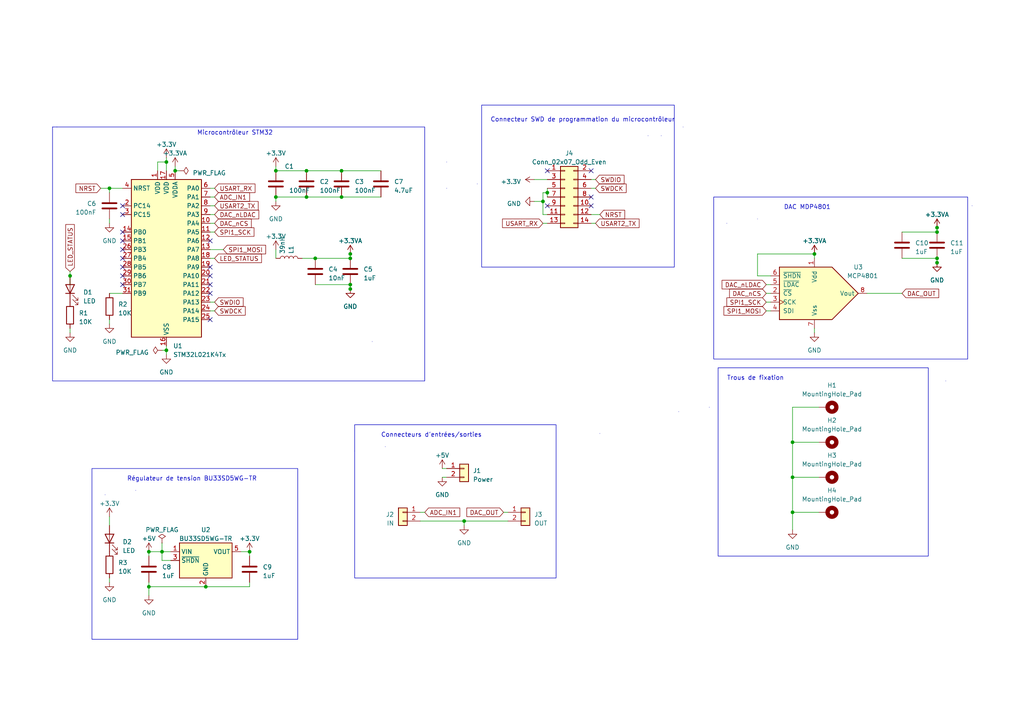
<source format=kicad_sch>
(kicad_sch (version 20230121) (generator eeschema)

  (uuid bdcc6fe5-d398-4b8c-84b2-60e3af0817f3)

  (paper "A4")

  (title_block
    (title "STM32L02 test board")
    (date "2025-01-24")
    (rev "1.0")
    (company "ENSEA")
  )

  (lib_symbols
    (symbol "Analog_DAC:MCP4801" (pin_names (offset 1.016)) (in_bom yes) (on_board yes)
      (property "Reference" "U" (at 1.27 10.795 0)
        (effects (font (size 1.27 1.27)) (justify left))
      )
      (property "Value" "MCP4801" (at 1.27 8.89 0)
        (effects (font (size 1.27 1.27)) (justify left))
      )
      (property "Footprint" "" (at 22.86 -2.54 0)
        (effects (font (size 1.27 1.27)) hide)
      )
      (property "Datasheet" "http://ww1.microchip.com/downloads/en/DeviceDoc/22244B.pdf" (at 22.86 -2.54 0)
        (effects (font (size 1.27 1.27)) hide)
      )
      (property "ki_keywords" "8-Bit DAC SPI Reference 1ch" (at 0 0 0)
        (effects (font (size 1.27 1.27)) hide)
      )
      (property "ki_description" "8-Bit D/A Converters with SPI Interface, internal Reference (2.048V)" (at 0 0 0)
        (effects (font (size 1.27 1.27)) hide)
      )
      (property "ki_fp_filters" "DIP*W7.62mm* MSOP*3x3mm*P0.65mm* SOIC*3.9x4.9mm*P1.27mm*" (at 0 0 0)
        (effects (font (size 1.27 1.27)) hide)
      )
      (symbol "MCP4801_0_0"
        (polyline
          (pts
            (xy 12.7 0)
            (xy 5.08 7.62)
            (xy -10.16 7.62)
            (xy -10.16 -7.62)
            (xy 5.08 -7.62)
            (xy 12.7 0)
          )
          (stroke (width 0.254) (type default))
          (fill (type background))
        )
      )
      (symbol "MCP4801_1_1"
        (pin power_in line (at 0 10.16 270) (length 2.54)
          (name "Vdd" (effects (font (size 1.27 1.27))))
          (number "1" (effects (font (size 1.27 1.27))))
        )
        (pin input line (at -12.7 0 0) (length 2.54)
          (name "~{CS}" (effects (font (size 1.27 1.27))))
          (number "2" (effects (font (size 1.27 1.27))))
        )
        (pin input clock (at -12.7 -2.54 0) (length 2.54)
          (name "SCK" (effects (font (size 1.27 1.27))))
          (number "3" (effects (font (size 1.27 1.27))))
        )
        (pin input line (at -12.7 -5.08 0) (length 2.54)
          (name "SDI" (effects (font (size 1.27 1.27))))
          (number "4" (effects (font (size 1.27 1.27))))
        )
        (pin input line (at -12.7 2.54 0) (length 2.54)
          (name "~{LDAC}" (effects (font (size 1.27 1.27))))
          (number "5" (effects (font (size 1.27 1.27))))
        )
        (pin input line (at -12.7 5.08 0) (length 2.54)
          (name "~{SHDN}" (effects (font (size 1.27 1.27))))
          (number "6" (effects (font (size 1.27 1.27))))
        )
        (pin power_in line (at 0 -10.16 90) (length 2.54)
          (name "Vss" (effects (font (size 1.27 1.27))))
          (number "7" (effects (font (size 1.27 1.27))))
        )
        (pin output line (at 15.24 0 180) (length 2.54)
          (name "Vout" (effects (font (size 1.27 1.27))))
          (number "8" (effects (font (size 1.27 1.27))))
        )
      )
    )
    (symbol "Connector_Generic:Conn_01x02" (pin_names (offset 1.016) hide) (in_bom yes) (on_board yes)
      (property "Reference" "J" (at 0 2.54 0)
        (effects (font (size 1.27 1.27)))
      )
      (property "Value" "Conn_01x02" (at 0 -5.08 0)
        (effects (font (size 1.27 1.27)))
      )
      (property "Footprint" "" (at 0 0 0)
        (effects (font (size 1.27 1.27)) hide)
      )
      (property "Datasheet" "~" (at 0 0 0)
        (effects (font (size 1.27 1.27)) hide)
      )
      (property "ki_keywords" "connector" (at 0 0 0)
        (effects (font (size 1.27 1.27)) hide)
      )
      (property "ki_description" "Generic connector, single row, 01x02, script generated (kicad-library-utils/schlib/autogen/connector/)" (at 0 0 0)
        (effects (font (size 1.27 1.27)) hide)
      )
      (property "ki_fp_filters" "Connector*:*_1x??_*" (at 0 0 0)
        (effects (font (size 1.27 1.27)) hide)
      )
      (symbol "Conn_01x02_1_1"
        (rectangle (start -1.27 -2.413) (end 0 -2.667)
          (stroke (width 0.1524) (type default))
          (fill (type none))
        )
        (rectangle (start -1.27 0.127) (end 0 -0.127)
          (stroke (width 0.1524) (type default))
          (fill (type none))
        )
        (rectangle (start -1.27 1.27) (end 1.27 -3.81)
          (stroke (width 0.254) (type default))
          (fill (type background))
        )
        (pin passive line (at -5.08 0 0) (length 3.81)
          (name "Pin_1" (effects (font (size 1.27 1.27))))
          (number "1" (effects (font (size 1.27 1.27))))
        )
        (pin passive line (at -5.08 -2.54 0) (length 3.81)
          (name "Pin_2" (effects (font (size 1.27 1.27))))
          (number "2" (effects (font (size 1.27 1.27))))
        )
      )
    )
    (symbol "Connector_Generic:Conn_02x07_Odd_Even" (pin_names (offset 1.016) hide) (in_bom yes) (on_board yes)
      (property "Reference" "J" (at 1.27 10.16 0)
        (effects (font (size 1.27 1.27)))
      )
      (property "Value" "Conn_02x07_Odd_Even" (at 1.27 -10.16 0)
        (effects (font (size 1.27 1.27)))
      )
      (property "Footprint" "" (at 0 0 0)
        (effects (font (size 1.27 1.27)) hide)
      )
      (property "Datasheet" "~" (at 0 0 0)
        (effects (font (size 1.27 1.27)) hide)
      )
      (property "ki_keywords" "connector" (at 0 0 0)
        (effects (font (size 1.27 1.27)) hide)
      )
      (property "ki_description" "Generic connector, double row, 02x07, odd/even pin numbering scheme (row 1 odd numbers, row 2 even numbers), script generated (kicad-library-utils/schlib/autogen/connector/)" (at 0 0 0)
        (effects (font (size 1.27 1.27)) hide)
      )
      (property "ki_fp_filters" "Connector*:*_2x??_*" (at 0 0 0)
        (effects (font (size 1.27 1.27)) hide)
      )
      (symbol "Conn_02x07_Odd_Even_1_1"
        (rectangle (start -1.27 -7.493) (end 0 -7.747)
          (stroke (width 0.1524) (type default))
          (fill (type none))
        )
        (rectangle (start -1.27 -4.953) (end 0 -5.207)
          (stroke (width 0.1524) (type default))
          (fill (type none))
        )
        (rectangle (start -1.27 -2.413) (end 0 -2.667)
          (stroke (width 0.1524) (type default))
          (fill (type none))
        )
        (rectangle (start -1.27 0.127) (end 0 -0.127)
          (stroke (width 0.1524) (type default))
          (fill (type none))
        )
        (rectangle (start -1.27 2.667) (end 0 2.413)
          (stroke (width 0.1524) (type default))
          (fill (type none))
        )
        (rectangle (start -1.27 5.207) (end 0 4.953)
          (stroke (width 0.1524) (type default))
          (fill (type none))
        )
        (rectangle (start -1.27 7.747) (end 0 7.493)
          (stroke (width 0.1524) (type default))
          (fill (type none))
        )
        (rectangle (start -1.27 8.89) (end 3.81 -8.89)
          (stroke (width 0.254) (type default))
          (fill (type background))
        )
        (rectangle (start 3.81 -7.493) (end 2.54 -7.747)
          (stroke (width 0.1524) (type default))
          (fill (type none))
        )
        (rectangle (start 3.81 -4.953) (end 2.54 -5.207)
          (stroke (width 0.1524) (type default))
          (fill (type none))
        )
        (rectangle (start 3.81 -2.413) (end 2.54 -2.667)
          (stroke (width 0.1524) (type default))
          (fill (type none))
        )
        (rectangle (start 3.81 0.127) (end 2.54 -0.127)
          (stroke (width 0.1524) (type default))
          (fill (type none))
        )
        (rectangle (start 3.81 2.667) (end 2.54 2.413)
          (stroke (width 0.1524) (type default))
          (fill (type none))
        )
        (rectangle (start 3.81 5.207) (end 2.54 4.953)
          (stroke (width 0.1524) (type default))
          (fill (type none))
        )
        (rectangle (start 3.81 7.747) (end 2.54 7.493)
          (stroke (width 0.1524) (type default))
          (fill (type none))
        )
        (pin passive line (at -5.08 7.62 0) (length 3.81)
          (name "Pin_1" (effects (font (size 1.27 1.27))))
          (number "1" (effects (font (size 1.27 1.27))))
        )
        (pin passive line (at 7.62 -2.54 180) (length 3.81)
          (name "Pin_10" (effects (font (size 1.27 1.27))))
          (number "10" (effects (font (size 1.27 1.27))))
        )
        (pin passive line (at -5.08 -5.08 0) (length 3.81)
          (name "Pin_11" (effects (font (size 1.27 1.27))))
          (number "11" (effects (font (size 1.27 1.27))))
        )
        (pin passive line (at 7.62 -5.08 180) (length 3.81)
          (name "Pin_12" (effects (font (size 1.27 1.27))))
          (number "12" (effects (font (size 1.27 1.27))))
        )
        (pin passive line (at -5.08 -7.62 0) (length 3.81)
          (name "Pin_13" (effects (font (size 1.27 1.27))))
          (number "13" (effects (font (size 1.27 1.27))))
        )
        (pin passive line (at 7.62 -7.62 180) (length 3.81)
          (name "Pin_14" (effects (font (size 1.27 1.27))))
          (number "14" (effects (font (size 1.27 1.27))))
        )
        (pin passive line (at 7.62 7.62 180) (length 3.81)
          (name "Pin_2" (effects (font (size 1.27 1.27))))
          (number "2" (effects (font (size 1.27 1.27))))
        )
        (pin passive line (at -5.08 5.08 0) (length 3.81)
          (name "Pin_3" (effects (font (size 1.27 1.27))))
          (number "3" (effects (font (size 1.27 1.27))))
        )
        (pin passive line (at 7.62 5.08 180) (length 3.81)
          (name "Pin_4" (effects (font (size 1.27 1.27))))
          (number "4" (effects (font (size 1.27 1.27))))
        )
        (pin passive line (at -5.08 2.54 0) (length 3.81)
          (name "Pin_5" (effects (font (size 1.27 1.27))))
          (number "5" (effects (font (size 1.27 1.27))))
        )
        (pin passive line (at 7.62 2.54 180) (length 3.81)
          (name "Pin_6" (effects (font (size 1.27 1.27))))
          (number "6" (effects (font (size 1.27 1.27))))
        )
        (pin passive line (at -5.08 0 0) (length 3.81)
          (name "Pin_7" (effects (font (size 1.27 1.27))))
          (number "7" (effects (font (size 1.27 1.27))))
        )
        (pin passive line (at 7.62 0 180) (length 3.81)
          (name "Pin_8" (effects (font (size 1.27 1.27))))
          (number "8" (effects (font (size 1.27 1.27))))
        )
        (pin passive line (at -5.08 -2.54 0) (length 3.81)
          (name "Pin_9" (effects (font (size 1.27 1.27))))
          (number "9" (effects (font (size 1.27 1.27))))
        )
      )
    )
    (symbol "Device:C" (pin_numbers hide) (pin_names (offset 0.254)) (in_bom yes) (on_board yes)
      (property "Reference" "C" (at 0.635 2.54 0)
        (effects (font (size 1.27 1.27)) (justify left))
      )
      (property "Value" "C" (at 0.635 -2.54 0)
        (effects (font (size 1.27 1.27)) (justify left))
      )
      (property "Footprint" "" (at 0.9652 -3.81 0)
        (effects (font (size 1.27 1.27)) hide)
      )
      (property "Datasheet" "~" (at 0 0 0)
        (effects (font (size 1.27 1.27)) hide)
      )
      (property "ki_keywords" "cap capacitor" (at 0 0 0)
        (effects (font (size 1.27 1.27)) hide)
      )
      (property "ki_description" "Unpolarized capacitor" (at 0 0 0)
        (effects (font (size 1.27 1.27)) hide)
      )
      (property "ki_fp_filters" "C_*" (at 0 0 0)
        (effects (font (size 1.27 1.27)) hide)
      )
      (symbol "C_0_1"
        (polyline
          (pts
            (xy -2.032 -0.762)
            (xy 2.032 -0.762)
          )
          (stroke (width 0.508) (type default))
          (fill (type none))
        )
        (polyline
          (pts
            (xy -2.032 0.762)
            (xy 2.032 0.762)
          )
          (stroke (width 0.508) (type default))
          (fill (type none))
        )
      )
      (symbol "C_1_1"
        (pin passive line (at 0 3.81 270) (length 2.794)
          (name "~" (effects (font (size 1.27 1.27))))
          (number "1" (effects (font (size 1.27 1.27))))
        )
        (pin passive line (at 0 -3.81 90) (length 2.794)
          (name "~" (effects (font (size 1.27 1.27))))
          (number "2" (effects (font (size 1.27 1.27))))
        )
      )
    )
    (symbol "Device:L" (pin_numbers hide) (pin_names (offset 1.016) hide) (in_bom yes) (on_board yes)
      (property "Reference" "L" (at -1.27 0 90)
        (effects (font (size 1.27 1.27)))
      )
      (property "Value" "L" (at 1.905 0 90)
        (effects (font (size 1.27 1.27)))
      )
      (property "Footprint" "" (at 0 0 0)
        (effects (font (size 1.27 1.27)) hide)
      )
      (property "Datasheet" "~" (at 0 0 0)
        (effects (font (size 1.27 1.27)) hide)
      )
      (property "ki_keywords" "inductor choke coil reactor magnetic" (at 0 0 0)
        (effects (font (size 1.27 1.27)) hide)
      )
      (property "ki_description" "Inductor" (at 0 0 0)
        (effects (font (size 1.27 1.27)) hide)
      )
      (property "ki_fp_filters" "Choke_* *Coil* Inductor_* L_*" (at 0 0 0)
        (effects (font (size 1.27 1.27)) hide)
      )
      (symbol "L_0_1"
        (arc (start 0 -2.54) (mid 0.6323 -1.905) (end 0 -1.27)
          (stroke (width 0) (type default))
          (fill (type none))
        )
        (arc (start 0 -1.27) (mid 0.6323 -0.635) (end 0 0)
          (stroke (width 0) (type default))
          (fill (type none))
        )
        (arc (start 0 0) (mid 0.6323 0.635) (end 0 1.27)
          (stroke (width 0) (type default))
          (fill (type none))
        )
        (arc (start 0 1.27) (mid 0.6323 1.905) (end 0 2.54)
          (stroke (width 0) (type default))
          (fill (type none))
        )
      )
      (symbol "L_1_1"
        (pin passive line (at 0 3.81 270) (length 1.27)
          (name "1" (effects (font (size 1.27 1.27))))
          (number "1" (effects (font (size 1.27 1.27))))
        )
        (pin passive line (at 0 -3.81 90) (length 1.27)
          (name "2" (effects (font (size 1.27 1.27))))
          (number "2" (effects (font (size 1.27 1.27))))
        )
      )
    )
    (symbol "Device:LED" (pin_numbers hide) (pin_names (offset 1.016) hide) (in_bom yes) (on_board yes)
      (property "Reference" "D" (at 0 2.54 0)
        (effects (font (size 1.27 1.27)))
      )
      (property "Value" "LED" (at 0 -2.54 0)
        (effects (font (size 1.27 1.27)))
      )
      (property "Footprint" "" (at 0 0 0)
        (effects (font (size 1.27 1.27)) hide)
      )
      (property "Datasheet" "~" (at 0 0 0)
        (effects (font (size 1.27 1.27)) hide)
      )
      (property "ki_keywords" "LED diode" (at 0 0 0)
        (effects (font (size 1.27 1.27)) hide)
      )
      (property "ki_description" "Light emitting diode" (at 0 0 0)
        (effects (font (size 1.27 1.27)) hide)
      )
      (property "ki_fp_filters" "LED* LED_SMD:* LED_THT:*" (at 0 0 0)
        (effects (font (size 1.27 1.27)) hide)
      )
      (symbol "LED_0_1"
        (polyline
          (pts
            (xy -1.27 -1.27)
            (xy -1.27 1.27)
          )
          (stroke (width 0.254) (type default))
          (fill (type none))
        )
        (polyline
          (pts
            (xy -1.27 0)
            (xy 1.27 0)
          )
          (stroke (width 0) (type default))
          (fill (type none))
        )
        (polyline
          (pts
            (xy 1.27 -1.27)
            (xy 1.27 1.27)
            (xy -1.27 0)
            (xy 1.27 -1.27)
          )
          (stroke (width 0.254) (type default))
          (fill (type none))
        )
        (polyline
          (pts
            (xy -3.048 -0.762)
            (xy -4.572 -2.286)
            (xy -3.81 -2.286)
            (xy -4.572 -2.286)
            (xy -4.572 -1.524)
          )
          (stroke (width 0) (type default))
          (fill (type none))
        )
        (polyline
          (pts
            (xy -1.778 -0.762)
            (xy -3.302 -2.286)
            (xy -2.54 -2.286)
            (xy -3.302 -2.286)
            (xy -3.302 -1.524)
          )
          (stroke (width 0) (type default))
          (fill (type none))
        )
      )
      (symbol "LED_1_1"
        (pin passive line (at -3.81 0 0) (length 2.54)
          (name "K" (effects (font (size 1.27 1.27))))
          (number "1" (effects (font (size 1.27 1.27))))
        )
        (pin passive line (at 3.81 0 180) (length 2.54)
          (name "A" (effects (font (size 1.27 1.27))))
          (number "2" (effects (font (size 1.27 1.27))))
        )
      )
    )
    (symbol "Device:R" (pin_numbers hide) (pin_names (offset 0)) (in_bom yes) (on_board yes)
      (property "Reference" "R" (at 2.032 0 90)
        (effects (font (size 1.27 1.27)))
      )
      (property "Value" "R" (at 0 0 90)
        (effects (font (size 1.27 1.27)))
      )
      (property "Footprint" "" (at -1.778 0 90)
        (effects (font (size 1.27 1.27)) hide)
      )
      (property "Datasheet" "~" (at 0 0 0)
        (effects (font (size 1.27 1.27)) hide)
      )
      (property "ki_keywords" "R res resistor" (at 0 0 0)
        (effects (font (size 1.27 1.27)) hide)
      )
      (property "ki_description" "Resistor" (at 0 0 0)
        (effects (font (size 1.27 1.27)) hide)
      )
      (property "ki_fp_filters" "R_*" (at 0 0 0)
        (effects (font (size 1.27 1.27)) hide)
      )
      (symbol "R_0_1"
        (rectangle (start -1.016 -2.54) (end 1.016 2.54)
          (stroke (width 0.254) (type default))
          (fill (type none))
        )
      )
      (symbol "R_1_1"
        (pin passive line (at 0 3.81 270) (length 1.27)
          (name "~" (effects (font (size 1.27 1.27))))
          (number "1" (effects (font (size 1.27 1.27))))
        )
        (pin passive line (at 0 -3.81 90) (length 1.27)
          (name "~" (effects (font (size 1.27 1.27))))
          (number "2" (effects (font (size 1.27 1.27))))
        )
      )
    )
    (symbol "MCU_ST_STM32L0:STM32L021K4Tx" (in_bom yes) (on_board yes)
      (property "Reference" "U" (at -10.16 24.13 0)
        (effects (font (size 1.27 1.27)) (justify left))
      )
      (property "Value" "STM32L021K4Tx" (at 5.08 24.13 0)
        (effects (font (size 1.27 1.27)) (justify left))
      )
      (property "Footprint" "Package_QFP:LQFP-32_7x7mm_P0.8mm" (at -10.16 -22.86 0)
        (effects (font (size 1.27 1.27)) (justify right) hide)
      )
      (property "Datasheet" "https://www.st.com/resource/en/datasheet/stm32l021k4.pdf" (at 0 0 0)
        (effects (font (size 1.27 1.27)) hide)
      )
      (property "ki_locked" "" (at 0 0 0)
        (effects (font (size 1.27 1.27)))
      )
      (property "ki_keywords" "Arm Cortex-M0+ STM32L0 STM32L0x1" (at 0 0 0)
        (effects (font (size 1.27 1.27)) hide)
      )
      (property "ki_description" "STMicroelectronics Arm Cortex-M0+ MCU, 16KB flash, 2KB RAM, 32 MHz, 1.65-3.6V, 26 GPIO, LQFP32" (at 0 0 0)
        (effects (font (size 1.27 1.27)) hide)
      )
      (property "ki_fp_filters" "LQFP*7x7mm*P0.8mm*" (at 0 0 0)
        (effects (font (size 1.27 1.27)) hide)
      )
      (symbol "STM32L021K4Tx_0_1"
        (rectangle (start -10.16 -22.86) (end 10.16 22.86)
          (stroke (width 0.254) (type default))
          (fill (type background))
        )
      )
      (symbol "STM32L021K4Tx_1_1"
        (pin power_in line (at -2.54 25.4 270) (length 2.54)
          (name "VDD" (effects (font (size 1.27 1.27))))
          (number "1" (effects (font (size 1.27 1.27))))
        )
        (pin bidirectional line (at 12.7 10.16 180) (length 2.54)
          (name "PA4" (effects (font (size 1.27 1.27))))
          (number "10" (effects (font (size 1.27 1.27))))
          (alternate "ADC_IN4" bidirectional line)
          (alternate "COMP1_INM" bidirectional line)
          (alternate "COMP2_INM" bidirectional line)
          (alternate "COMP2_OUT" bidirectional line)
          (alternate "I2C1_SCL" bidirectional line)
          (alternate "LPTIM1_ETR" bidirectional line)
          (alternate "LPTIM1_IN1" bidirectional line)
          (alternate "LPUART1_TX" bidirectional line)
          (alternate "SPI1_NSS" bidirectional line)
          (alternate "TIM2_ETR" bidirectional line)
          (alternate "USART2_CK" bidirectional line)
        )
        (pin bidirectional line (at 12.7 7.62 180) (length 2.54)
          (name "PA5" (effects (font (size 1.27 1.27))))
          (number "11" (effects (font (size 1.27 1.27))))
          (alternate "ADC_IN5" bidirectional line)
          (alternate "COMP1_INM" bidirectional line)
          (alternate "COMP2_INM" bidirectional line)
          (alternate "LPTIM1_IN2" bidirectional line)
          (alternate "SPI1_SCK" bidirectional line)
          (alternate "TIM2_CH1" bidirectional line)
          (alternate "TIM2_ETR" bidirectional line)
        )
        (pin bidirectional line (at 12.7 5.08 180) (length 2.54)
          (name "PA6" (effects (font (size 1.27 1.27))))
          (number "12" (effects (font (size 1.27 1.27))))
          (alternate "ADC_IN6" bidirectional line)
          (alternate "COMP1_OUT" bidirectional line)
          (alternate "LPTIM1_ETR" bidirectional line)
          (alternate "LPUART1_CTS" bidirectional line)
          (alternate "SPI1_MISO" bidirectional line)
        )
        (pin bidirectional line (at 12.7 2.54 180) (length 2.54)
          (name "PA7" (effects (font (size 1.27 1.27))))
          (number "13" (effects (font (size 1.27 1.27))))
          (alternate "ADC_IN7" bidirectional line)
          (alternate "COMP2_INP" bidirectional line)
          (alternate "COMP2_OUT" bidirectional line)
          (alternate "LPTIM1_OUT" bidirectional line)
          (alternate "SPI1_MOSI" bidirectional line)
          (alternate "TIM21_ETR" bidirectional line)
          (alternate "USART2_CTS" bidirectional line)
        )
        (pin bidirectional line (at -12.7 7.62 0) (length 2.54)
          (name "PB0" (effects (font (size 1.27 1.27))))
          (number "14" (effects (font (size 1.27 1.27))))
          (alternate "ADC_IN8" bidirectional line)
          (alternate "SPI1_MISO" bidirectional line)
          (alternate "SYS_VREF_OUT_PB0" bidirectional line)
          (alternate "TIM2_CH2" bidirectional line)
          (alternate "TIM2_CH3" bidirectional line)
          (alternate "USART2_DE" bidirectional line)
          (alternate "USART2_RTS" bidirectional line)
        )
        (pin bidirectional line (at -12.7 5.08 0) (length 2.54)
          (name "PB1" (effects (font (size 1.27 1.27))))
          (number "15" (effects (font (size 1.27 1.27))))
          (alternate "ADC_IN9" bidirectional line)
          (alternate "LPTIM1_IN1" bidirectional line)
          (alternate "LPUART1_DE" bidirectional line)
          (alternate "LPUART1_RTS" bidirectional line)
          (alternate "SPI1_MOSI" bidirectional line)
          (alternate "SYS_VREF_OUT_PB1" bidirectional line)
          (alternate "TIM2_CH4" bidirectional line)
          (alternate "USART2_CK" bidirectional line)
        )
        (pin power_in line (at 0 -25.4 90) (length 2.54)
          (name "VSS" (effects (font (size 1.27 1.27))))
          (number "16" (effects (font (size 1.27 1.27))))
        )
        (pin power_in line (at 0 25.4 270) (length 2.54)
          (name "VDD" (effects (font (size 1.27 1.27))))
          (number "17" (effects (font (size 1.27 1.27))))
        )
        (pin bidirectional line (at 12.7 0 180) (length 2.54)
          (name "PA8" (effects (font (size 1.27 1.27))))
          (number "18" (effects (font (size 1.27 1.27))))
          (alternate "LPTIM1_IN1" bidirectional line)
          (alternate "RCC_MCO" bidirectional line)
          (alternate "TIM2_CH1" bidirectional line)
          (alternate "USART2_CK" bidirectional line)
        )
        (pin bidirectional line (at 12.7 -2.54 180) (length 2.54)
          (name "PA9" (effects (font (size 1.27 1.27))))
          (number "19" (effects (font (size 1.27 1.27))))
          (alternate "COMP1_OUT" bidirectional line)
          (alternate "I2C1_SCL" bidirectional line)
          (alternate "LPTIM1_OUT" bidirectional line)
          (alternate "RCC_MCO" bidirectional line)
          (alternate "TIM21_CH2" bidirectional line)
          (alternate "USART2_TX" bidirectional line)
        )
        (pin bidirectional line (at -12.7 15.24 0) (length 2.54)
          (name "PC14" (effects (font (size 1.27 1.27))))
          (number "2" (effects (font (size 1.27 1.27))))
          (alternate "RCC_OSC32_IN" bidirectional line)
        )
        (pin bidirectional line (at 12.7 -5.08 180) (length 2.54)
          (name "PA10" (effects (font (size 1.27 1.27))))
          (number "20" (effects (font (size 1.27 1.27))))
          (alternate "COMP1_OUT" bidirectional line)
          (alternate "I2C1_SDA" bidirectional line)
          (alternate "RTC_REFIN" bidirectional line)
          (alternate "TIM21_CH1" bidirectional line)
          (alternate "TIM2_CH3" bidirectional line)
          (alternate "USART2_RX" bidirectional line)
        )
        (pin bidirectional line (at 12.7 -7.62 180) (length 2.54)
          (name "PA11" (effects (font (size 1.27 1.27))))
          (number "21" (effects (font (size 1.27 1.27))))
          (alternate "ADC_EXTI11" bidirectional line)
          (alternate "COMP1_OUT" bidirectional line)
          (alternate "LPTIM1_OUT" bidirectional line)
          (alternate "SPI1_MISO" bidirectional line)
          (alternate "TIM21_CH2" bidirectional line)
          (alternate "USART2_CTS" bidirectional line)
        )
        (pin bidirectional line (at 12.7 -10.16 180) (length 2.54)
          (name "PA12" (effects (font (size 1.27 1.27))))
          (number "22" (effects (font (size 1.27 1.27))))
          (alternate "COMP2_OUT" bidirectional line)
          (alternate "SPI1_MOSI" bidirectional line)
          (alternate "USART2_DE" bidirectional line)
          (alternate "USART2_RTS" bidirectional line)
        )
        (pin bidirectional line (at 12.7 -12.7 180) (length 2.54)
          (name "PA13" (effects (font (size 1.27 1.27))))
          (number "23" (effects (font (size 1.27 1.27))))
          (alternate "COMP1_OUT" bidirectional line)
          (alternate "I2C1_SDA" bidirectional line)
          (alternate "LPTIM1_ETR" bidirectional line)
          (alternate "LPUART1_RX" bidirectional line)
          (alternate "SPI1_SCK" bidirectional line)
          (alternate "SYS_SWDIO" bidirectional line)
        )
        (pin bidirectional line (at 12.7 -15.24 180) (length 2.54)
          (name "PA14" (effects (font (size 1.27 1.27))))
          (number "24" (effects (font (size 1.27 1.27))))
          (alternate "COMP2_OUT" bidirectional line)
          (alternate "I2C1_SMBA" bidirectional line)
          (alternate "LPTIM1_OUT" bidirectional line)
          (alternate "LPUART1_TX" bidirectional line)
          (alternate "SPI1_MISO" bidirectional line)
          (alternate "SYS_SWCLK" bidirectional line)
          (alternate "USART2_TX" bidirectional line)
        )
        (pin bidirectional line (at 12.7 -17.78 180) (length 2.54)
          (name "PA15" (effects (font (size 1.27 1.27))))
          (number "25" (effects (font (size 1.27 1.27))))
          (alternate "SPI1_NSS" bidirectional line)
          (alternate "TIM2_CH1" bidirectional line)
          (alternate "TIM2_ETR" bidirectional line)
          (alternate "USART2_RX" bidirectional line)
        )
        (pin bidirectional line (at -12.7 2.54 0) (length 2.54)
          (name "PB3" (effects (font (size 1.27 1.27))))
          (number "26" (effects (font (size 1.27 1.27))))
          (alternate "COMP2_INM" bidirectional line)
          (alternate "SPI1_SCK" bidirectional line)
          (alternate "TIM2_CH2" bidirectional line)
        )
        (pin bidirectional line (at -12.7 0 0) (length 2.54)
          (name "PB4" (effects (font (size 1.27 1.27))))
          (number "27" (effects (font (size 1.27 1.27))))
          (alternate "COMP2_INP" bidirectional line)
          (alternate "SPI1_MISO" bidirectional line)
        )
        (pin bidirectional line (at -12.7 -2.54 0) (length 2.54)
          (name "PB5" (effects (font (size 1.27 1.27))))
          (number "28" (effects (font (size 1.27 1.27))))
          (alternate "COMP2_INP" bidirectional line)
          (alternate "I2C1_SMBA" bidirectional line)
          (alternate "LPTIM1_IN1" bidirectional line)
          (alternate "SPI1_MOSI" bidirectional line)
          (alternate "TIM21_CH1" bidirectional line)
        )
        (pin bidirectional line (at -12.7 -5.08 0) (length 2.54)
          (name "PB6" (effects (font (size 1.27 1.27))))
          (number "29" (effects (font (size 1.27 1.27))))
          (alternate "COMP2_INP" bidirectional line)
          (alternate "I2C1_SCL" bidirectional line)
          (alternate "LPTIM1_ETR" bidirectional line)
          (alternate "LPUART1_TX" bidirectional line)
          (alternate "TIM2_CH3" bidirectional line)
          (alternate "USART2_TX" bidirectional line)
        )
        (pin bidirectional line (at -12.7 12.7 0) (length 2.54)
          (name "PC15" (effects (font (size 1.27 1.27))))
          (number "3" (effects (font (size 1.27 1.27))))
          (alternate "RCC_OSC32_OUT" bidirectional line)
        )
        (pin bidirectional line (at -12.7 -7.62 0) (length 2.54)
          (name "PB7" (effects (font (size 1.27 1.27))))
          (number "30" (effects (font (size 1.27 1.27))))
          (alternate "COMP2_INP" bidirectional line)
          (alternate "I2C1_SDA" bidirectional line)
          (alternate "LPTIM1_IN2" bidirectional line)
          (alternate "LPUART1_RX" bidirectional line)
          (alternate "SYS_PVD_IN" bidirectional line)
          (alternate "TIM2_CH4" bidirectional line)
          (alternate "USART2_RX" bidirectional line)
        )
        (pin bidirectional line (at -12.7 -10.16 0) (length 2.54)
          (name "PB9" (effects (font (size 1.27 1.27))))
          (number "31" (effects (font (size 1.27 1.27))))
        )
        (pin passive line (at 0 -25.4 90) (length 2.54) hide
          (name "VSS" (effects (font (size 1.27 1.27))))
          (number "32" (effects (font (size 1.27 1.27))))
        )
        (pin input line (at -12.7 20.32 0) (length 2.54)
          (name "NRST" (effects (font (size 1.27 1.27))))
          (number "4" (effects (font (size 1.27 1.27))))
        )
        (pin power_in line (at 2.54 25.4 270) (length 2.54)
          (name "VDDA" (effects (font (size 1.27 1.27))))
          (number "5" (effects (font (size 1.27 1.27))))
        )
        (pin bidirectional line (at 12.7 20.32 180) (length 2.54)
          (name "PA0" (effects (font (size 1.27 1.27))))
          (number "6" (effects (font (size 1.27 1.27))))
          (alternate "ADC_IN0" bidirectional line)
          (alternate "COMP1_INM" bidirectional line)
          (alternate "COMP1_OUT" bidirectional line)
          (alternate "LPTIM1_IN1" bidirectional line)
          (alternate "LPUART1_RX" bidirectional line)
          (alternate "RCC_CK_IN" bidirectional line)
          (alternate "RTC_TAMP2" bidirectional line)
          (alternate "SYS_WKUP1" bidirectional line)
          (alternate "TIM2_CH1" bidirectional line)
          (alternate "TIM2_ETR" bidirectional line)
          (alternate "USART2_CTS" bidirectional line)
          (alternate "USART2_RX" bidirectional line)
        )
        (pin bidirectional line (at 12.7 17.78 180) (length 2.54)
          (name "PA1" (effects (font (size 1.27 1.27))))
          (number "7" (effects (font (size 1.27 1.27))))
          (alternate "ADC_IN1" bidirectional line)
          (alternate "COMP1_INP" bidirectional line)
          (alternate "I2C1_SMBA" bidirectional line)
          (alternate "LPTIM1_IN2" bidirectional line)
          (alternate "LPUART1_TX" bidirectional line)
          (alternate "TIM21_ETR" bidirectional line)
          (alternate "TIM2_CH2" bidirectional line)
          (alternate "USART2_DE" bidirectional line)
          (alternate "USART2_RTS" bidirectional line)
        )
        (pin bidirectional line (at 12.7 15.24 180) (length 2.54)
          (name "PA2" (effects (font (size 1.27 1.27))))
          (number "8" (effects (font (size 1.27 1.27))))
          (alternate "ADC_IN2" bidirectional line)
          (alternate "COMP2_INM" bidirectional line)
          (alternate "COMP2_OUT" bidirectional line)
          (alternate "LPUART1_TX" bidirectional line)
          (alternate "RTC_OUT_ALARM" bidirectional line)
          (alternate "RTC_OUT_CALIB" bidirectional line)
          (alternate "RTC_TAMP3" bidirectional line)
          (alternate "RTC_TS" bidirectional line)
          (alternate "SYS_WKUP3" bidirectional line)
          (alternate "TIM21_CH1" bidirectional line)
          (alternate "TIM2_CH3" bidirectional line)
          (alternate "USART2_TX" bidirectional line)
        )
        (pin bidirectional line (at 12.7 12.7 180) (length 2.54)
          (name "PA3" (effects (font (size 1.27 1.27))))
          (number "9" (effects (font (size 1.27 1.27))))
          (alternate "ADC_IN3" bidirectional line)
          (alternate "COMP2_INP" bidirectional line)
          (alternate "LPUART1_RX" bidirectional line)
          (alternate "TIM21_CH2" bidirectional line)
          (alternate "TIM2_CH4" bidirectional line)
          (alternate "USART2_RX" bidirectional line)
        )
      )
    )
    (symbol "Mechanical:MountingHole_Pad" (pin_numbers hide) (pin_names (offset 1.016) hide) (in_bom yes) (on_board yes)
      (property "Reference" "H" (at 0 6.35 0)
        (effects (font (size 1.27 1.27)))
      )
      (property "Value" "MountingHole_Pad" (at 0 4.445 0)
        (effects (font (size 1.27 1.27)))
      )
      (property "Footprint" "" (at 0 0 0)
        (effects (font (size 1.27 1.27)) hide)
      )
      (property "Datasheet" "~" (at 0 0 0)
        (effects (font (size 1.27 1.27)) hide)
      )
      (property "ki_keywords" "mounting hole" (at 0 0 0)
        (effects (font (size 1.27 1.27)) hide)
      )
      (property "ki_description" "Mounting Hole with connection" (at 0 0 0)
        (effects (font (size 1.27 1.27)) hide)
      )
      (property "ki_fp_filters" "MountingHole*Pad*" (at 0 0 0)
        (effects (font (size 1.27 1.27)) hide)
      )
      (symbol "MountingHole_Pad_0_1"
        (circle (center 0 1.27) (radius 1.27)
          (stroke (width 1.27) (type default))
          (fill (type none))
        )
      )
      (symbol "MountingHole_Pad_1_1"
        (pin input line (at 0 -2.54 90) (length 2.54)
          (name "1" (effects (font (size 1.27 1.27))))
          (number "1" (effects (font (size 1.27 1.27))))
        )
      )
    )
    (symbol "Regulator_Linear:MCP1802x-xx02xOT" (in_bom yes) (on_board yes)
      (property "Reference" "U" (at -6.35 6.35 0)
        (effects (font (size 1.27 1.27)) (justify left))
      )
      (property "Value" "MCP1802x-xx02xOT" (at 0 6.35 0)
        (effects (font (size 1.27 1.27)) (justify left))
      )
      (property "Footprint" "Package_TO_SOT_SMD:SOT-23-5" (at -6.35 8.89 0)
        (effects (font (size 1.27 1.27) italic) (justify left) hide)
      )
      (property "Datasheet" "http://ww1.microchip.com/downloads/en/DeviceDoc/22053C.pdf" (at 0 -2.54 0)
        (effects (font (size 1.27 1.27)) hide)
      )
      (property "ki_keywords" "LDO Linear Voltage Regulator" (at 0 0 0)
        (effects (font (size 1.27 1.27)) hide)
      )
      (property "ki_description" "150mA, Tiny CMOS LDO With Shutdown, Fixed Voltage, SOT-23-5" (at 0 0 0)
        (effects (font (size 1.27 1.27)) hide)
      )
      (property "ki_fp_filters" "SOT?23*" (at 0 0 0)
        (effects (font (size 1.27 1.27)) hide)
      )
      (symbol "MCP1802x-xx02xOT_0_1"
        (rectangle (start -7.62 5.08) (end 7.62 -5.08)
          (stroke (width 0.254) (type default))
          (fill (type background))
        )
      )
      (symbol "MCP1802x-xx02xOT_1_1"
        (pin power_in line (at -10.16 2.54 0) (length 2.54)
          (name "VIN" (effects (font (size 1.27 1.27))))
          (number "1" (effects (font (size 1.27 1.27))))
        )
        (pin power_in line (at 0 -7.62 90) (length 2.54)
          (name "GND" (effects (font (size 1.27 1.27))))
          (number "2" (effects (font (size 1.27 1.27))))
        )
        (pin input line (at -10.16 0 0) (length 2.54)
          (name "~{SHDN}" (effects (font (size 1.27 1.27))))
          (number "3" (effects (font (size 1.27 1.27))))
        )
        (pin no_connect line (at 7.62 0 180) (length 2.54) hide
          (name "NC" (effects (font (size 1.27 1.27))))
          (number "4" (effects (font (size 1.27 1.27))))
        )
        (pin power_out line (at 10.16 2.54 180) (length 2.54)
          (name "VOUT" (effects (font (size 1.27 1.27))))
          (number "5" (effects (font (size 1.27 1.27))))
        )
      )
    )
    (symbol "power:+3.3V" (power) (pin_names (offset 0)) (in_bom yes) (on_board yes)
      (property "Reference" "#PWR" (at 0 -3.81 0)
        (effects (font (size 1.27 1.27)) hide)
      )
      (property "Value" "+3.3V" (at 0 3.556 0)
        (effects (font (size 1.27 1.27)))
      )
      (property "Footprint" "" (at 0 0 0)
        (effects (font (size 1.27 1.27)) hide)
      )
      (property "Datasheet" "" (at 0 0 0)
        (effects (font (size 1.27 1.27)) hide)
      )
      (property "ki_keywords" "global power" (at 0 0 0)
        (effects (font (size 1.27 1.27)) hide)
      )
      (property "ki_description" "Power symbol creates a global label with name \"+3.3V\"" (at 0 0 0)
        (effects (font (size 1.27 1.27)) hide)
      )
      (symbol "+3.3V_0_1"
        (polyline
          (pts
            (xy -0.762 1.27)
            (xy 0 2.54)
          )
          (stroke (width 0) (type default))
          (fill (type none))
        )
        (polyline
          (pts
            (xy 0 0)
            (xy 0 2.54)
          )
          (stroke (width 0) (type default))
          (fill (type none))
        )
        (polyline
          (pts
            (xy 0 2.54)
            (xy 0.762 1.27)
          )
          (stroke (width 0) (type default))
          (fill (type none))
        )
      )
      (symbol "+3.3V_1_1"
        (pin power_in line (at 0 0 90) (length 0) hide
          (name "+3.3V" (effects (font (size 1.27 1.27))))
          (number "1" (effects (font (size 1.27 1.27))))
        )
      )
    )
    (symbol "power:+3.3VA" (power) (pin_names (offset 0)) (in_bom yes) (on_board yes)
      (property "Reference" "#PWR" (at 0 -3.81 0)
        (effects (font (size 1.27 1.27)) hide)
      )
      (property "Value" "+3.3VA" (at 0 3.556 0)
        (effects (font (size 1.27 1.27)))
      )
      (property "Footprint" "" (at 0 0 0)
        (effects (font (size 1.27 1.27)) hide)
      )
      (property "Datasheet" "" (at 0 0 0)
        (effects (font (size 1.27 1.27)) hide)
      )
      (property "ki_keywords" "global power" (at 0 0 0)
        (effects (font (size 1.27 1.27)) hide)
      )
      (property "ki_description" "Power symbol creates a global label with name \"+3.3VA\"" (at 0 0 0)
        (effects (font (size 1.27 1.27)) hide)
      )
      (symbol "+3.3VA_0_1"
        (polyline
          (pts
            (xy -0.762 1.27)
            (xy 0 2.54)
          )
          (stroke (width 0) (type default))
          (fill (type none))
        )
        (polyline
          (pts
            (xy 0 0)
            (xy 0 2.54)
          )
          (stroke (width 0) (type default))
          (fill (type none))
        )
        (polyline
          (pts
            (xy 0 2.54)
            (xy 0.762 1.27)
          )
          (stroke (width 0) (type default))
          (fill (type none))
        )
      )
      (symbol "+3.3VA_1_1"
        (pin power_in line (at 0 0 90) (length 0) hide
          (name "+3.3VA" (effects (font (size 1.27 1.27))))
          (number "1" (effects (font (size 1.27 1.27))))
        )
      )
    )
    (symbol "power:+5V" (power) (pin_names (offset 0)) (in_bom yes) (on_board yes)
      (property "Reference" "#PWR" (at 0 -3.81 0)
        (effects (font (size 1.27 1.27)) hide)
      )
      (property "Value" "+5V" (at 0 3.556 0)
        (effects (font (size 1.27 1.27)))
      )
      (property "Footprint" "" (at 0 0 0)
        (effects (font (size 1.27 1.27)) hide)
      )
      (property "Datasheet" "" (at 0 0 0)
        (effects (font (size 1.27 1.27)) hide)
      )
      (property "ki_keywords" "global power" (at 0 0 0)
        (effects (font (size 1.27 1.27)) hide)
      )
      (property "ki_description" "Power symbol creates a global label with name \"+5V\"" (at 0 0 0)
        (effects (font (size 1.27 1.27)) hide)
      )
      (symbol "+5V_0_1"
        (polyline
          (pts
            (xy -0.762 1.27)
            (xy 0 2.54)
          )
          (stroke (width 0) (type default))
          (fill (type none))
        )
        (polyline
          (pts
            (xy 0 0)
            (xy 0 2.54)
          )
          (stroke (width 0) (type default))
          (fill (type none))
        )
        (polyline
          (pts
            (xy 0 2.54)
            (xy 0.762 1.27)
          )
          (stroke (width 0) (type default))
          (fill (type none))
        )
      )
      (symbol "+5V_1_1"
        (pin power_in line (at 0 0 90) (length 0) hide
          (name "+5V" (effects (font (size 1.27 1.27))))
          (number "1" (effects (font (size 1.27 1.27))))
        )
      )
    )
    (symbol "power:GND" (power) (pin_names (offset 0)) (in_bom yes) (on_board yes)
      (property "Reference" "#PWR" (at 0 -6.35 0)
        (effects (font (size 1.27 1.27)) hide)
      )
      (property "Value" "GND" (at 0 -3.81 0)
        (effects (font (size 1.27 1.27)))
      )
      (property "Footprint" "" (at 0 0 0)
        (effects (font (size 1.27 1.27)) hide)
      )
      (property "Datasheet" "" (at 0 0 0)
        (effects (font (size 1.27 1.27)) hide)
      )
      (property "ki_keywords" "global power" (at 0 0 0)
        (effects (font (size 1.27 1.27)) hide)
      )
      (property "ki_description" "Power symbol creates a global label with name \"GND\" , ground" (at 0 0 0)
        (effects (font (size 1.27 1.27)) hide)
      )
      (symbol "GND_0_1"
        (polyline
          (pts
            (xy 0 0)
            (xy 0 -1.27)
            (xy 1.27 -1.27)
            (xy 0 -2.54)
            (xy -1.27 -1.27)
            (xy 0 -1.27)
          )
          (stroke (width 0) (type default))
          (fill (type none))
        )
      )
      (symbol "GND_1_1"
        (pin power_in line (at 0 0 270) (length 0) hide
          (name "GND" (effects (font (size 1.27 1.27))))
          (number "1" (effects (font (size 1.27 1.27))))
        )
      )
    )
    (symbol "power:PWR_FLAG" (power) (pin_numbers hide) (pin_names (offset 0) hide) (in_bom yes) (on_board yes)
      (property "Reference" "#FLG" (at 0 1.905 0)
        (effects (font (size 1.27 1.27)) hide)
      )
      (property "Value" "PWR_FLAG" (at 0 3.81 0)
        (effects (font (size 1.27 1.27)))
      )
      (property "Footprint" "" (at 0 0 0)
        (effects (font (size 1.27 1.27)) hide)
      )
      (property "Datasheet" "~" (at 0 0 0)
        (effects (font (size 1.27 1.27)) hide)
      )
      (property "ki_keywords" "flag power" (at 0 0 0)
        (effects (font (size 1.27 1.27)) hide)
      )
      (property "ki_description" "Special symbol for telling ERC where power comes from" (at 0 0 0)
        (effects (font (size 1.27 1.27)) hide)
      )
      (symbol "PWR_FLAG_0_0"
        (pin power_out line (at 0 0 90) (length 0)
          (name "pwr" (effects (font (size 1.27 1.27))))
          (number "1" (effects (font (size 1.27 1.27))))
        )
      )
      (symbol "PWR_FLAG_0_1"
        (polyline
          (pts
            (xy 0 0)
            (xy 0 1.27)
            (xy -1.016 1.905)
            (xy 0 2.54)
            (xy 1.016 1.905)
            (xy 0 1.27)
          )
          (stroke (width 0) (type default))
          (fill (type none))
        )
      )
    )
  )

  (junction (at 271.78 76.2) (diameter 0) (color 0 0 0 0)
    (uuid 127e143f-306f-4710-bc5b-3e68e45931fa)
  )
  (junction (at 271.78 67.31) (diameter 0) (color 0 0 0 0)
    (uuid 1c6a1686-60c7-4de6-b697-ed1ca38bf78b)
  )
  (junction (at 80.01 57.15) (diameter 0) (color 0 0 0 0)
    (uuid 1ef46a0c-d4d8-4847-9ca8-0d69ae4e4a3e)
  )
  (junction (at 46.99 160.02) (diameter 0) (color 0 0 0 0)
    (uuid 27bf2e17-bf5c-400c-a727-6d8db626d43a)
  )
  (junction (at 101.6 73.66) (diameter 0) (color 0 0 0 0)
    (uuid 2913ac2f-bbdd-4613-9463-64cd4765035c)
  )
  (junction (at 271.78 74.93) (diameter 0) (color 0 0 0 0)
    (uuid 2f23d6c9-72dd-4275-9459-0c04dca4c680)
  )
  (junction (at 229.87 128.27) (diameter 0) (color 0 0 0 0)
    (uuid 42d6a8b2-d97e-4105-8a36-aad9481f9482)
  )
  (junction (at 157.48 58.42) (diameter 0) (color 0 0 0 0)
    (uuid 430e9ee0-0d07-410c-abad-e10242ffc1e5)
  )
  (junction (at 236.22 73.66) (diameter 0) (color 0 0 0 0)
    (uuid 4d3d8820-c23e-496f-8429-40ca5f5582e6)
  )
  (junction (at 50.8 49.53) (diameter 0) (color 0 0 0 0)
    (uuid 5f7ead52-a852-4a5d-9a08-22829f0c5d2b)
  )
  (junction (at 88.9 49.53) (diameter 0) (color 0 0 0 0)
    (uuid 60b0d1eb-3dcd-4f45-b028-20672472035c)
  )
  (junction (at 134.62 151.13) (diameter 0) (color 0 0 0 0)
    (uuid 666725b3-fdbb-43a0-9b9e-d044d81d8cbe)
  )
  (junction (at 88.9 57.15) (diameter 0) (color 0 0 0 0)
    (uuid 6b1daee5-d637-4b11-a9b4-9454eff026a6)
  )
  (junction (at 48.26 46.99) (diameter 0) (color 0 0 0 0)
    (uuid 6e3e9607-9252-4171-92cc-0d05299a47e1)
  )
  (junction (at 271.78 66.04) (diameter 0) (color 0 0 0 0)
    (uuid 72e593b4-305e-48db-9ac9-385c224a4015)
  )
  (junction (at 158.75 55.88) (diameter 0) (color 0 0 0 0)
    (uuid 875f0695-96ca-465d-a118-97c7da6d6431)
  )
  (junction (at 101.6 83.82) (diameter 0) (color 0 0 0 0)
    (uuid 8bfbf9e7-7d2c-48e7-8fc7-415d6b46ee68)
  )
  (junction (at 72.39 160.02) (diameter 0) (color 0 0 0 0)
    (uuid 8c0db083-6846-4f3c-be90-286f717e5c26)
  )
  (junction (at 229.87 148.59) (diameter 0) (color 0 0 0 0)
    (uuid 8d661af6-4c7a-480c-88f5-54226c4d5adb)
  )
  (junction (at 101.6 74.93) (diameter 0) (color 0 0 0 0)
    (uuid 8e95d045-92e8-48db-a16b-a2d68a6a1261)
  )
  (junction (at 59.69 170.18) (diameter 0) (color 0 0 0 0)
    (uuid 9196eb53-1469-4246-bb6c-7990e4c6c089)
  )
  (junction (at 99.06 57.15) (diameter 0) (color 0 0 0 0)
    (uuid a95e9591-f23a-4266-a767-8feb71b6058e)
  )
  (junction (at 101.6 82.55) (diameter 0) (color 0 0 0 0)
    (uuid bc28cc0f-2718-4416-8d1e-940ec2b9e862)
  )
  (junction (at 43.18 160.02) (diameter 0) (color 0 0 0 0)
    (uuid c5b02053-aab8-4bdc-98c4-98505d4f1b70)
  )
  (junction (at 229.87 138.43) (diameter 0) (color 0 0 0 0)
    (uuid c73537e4-801b-493c-8f5b-7366163e298b)
  )
  (junction (at 43.18 170.18) (diameter 0) (color 0 0 0 0)
    (uuid cc56792c-b5b3-4543-b2c2-86e79eef4cd4)
  )
  (junction (at 99.06 49.53) (diameter 0) (color 0 0 0 0)
    (uuid cf6f77ee-5a38-4547-abdb-12a9641f2d5a)
  )
  (junction (at 80.01 49.53) (diameter 0) (color 0 0 0 0)
    (uuid dc2fa708-4e13-40a0-a7cd-b9419ce09862)
  )
  (junction (at 48.26 101.6) (diameter 0) (color 0 0 0 0)
    (uuid de7bc77e-62ff-4dc3-b434-f0fd38480687)
  )
  (junction (at 91.44 74.93) (diameter 0) (color 0 0 0 0)
    (uuid e99d1846-4a6d-45c3-8cb3-f9ef53d7cd0d)
  )
  (junction (at 31.75 54.61) (diameter 0) (color 0 0 0 0)
    (uuid f97b9f2d-c7ac-4c95-b558-ccb27b0ec13e)
  )
  (junction (at 20.32 80.01) (diameter 0) (color 0 0 0 0)
    (uuid ffd19f81-3daa-4a8e-9a8f-546329447d96)
  )

  (no_connect (at 171.45 49.53) (uuid 1070d87e-244e-42f3-8249-ad5e67dafb8c))
  (no_connect (at 171.45 57.15) (uuid 2ed78eda-9626-4dcf-969f-0fd198c3f776))
  (no_connect (at 35.56 80.01) (uuid 4adcfda6-35d7-4c0d-9509-bd87bc6e0eec))
  (no_connect (at 158.75 59.69) (uuid 4f0e52bb-c26e-4115-9226-4e79eb512bc1))
  (no_connect (at 35.56 82.55) (uuid 56f32dff-92e5-4af7-8b21-e164073ab4df))
  (no_connect (at 35.56 59.69) (uuid 5b87497a-08f0-4a48-b267-c9963c674880))
  (no_connect (at 35.56 77.47) (uuid 615acbf2-93a1-46e9-9a66-5607ee996d88))
  (no_connect (at 60.96 85.09) (uuid 6d77dde1-77e6-4aef-8ee7-663eb16b5c87))
  (no_connect (at 60.96 77.47) (uuid 716c193b-45b5-4cf7-8f25-94cc4c7e4ee1))
  (no_connect (at 35.56 69.85) (uuid 8cf7c884-f14e-4233-b59b-f1b249f4e84b))
  (no_connect (at 60.96 92.71) (uuid 8ed29115-c65e-4d07-8ea2-97f9916b5878))
  (no_connect (at 171.45 59.69) (uuid 97c1d0f1-7917-4a85-a956-694ac7cbd058))
  (no_connect (at 35.56 74.93) (uuid a044f672-9312-4fd3-bb67-3089fb2cc358))
  (no_connect (at 35.56 72.39) (uuid c15f65a8-b9bd-4ca7-9648-370000e6ad68))
  (no_connect (at 60.96 80.01) (uuid c5921762-a072-44ad-9381-28aaee28e463))
  (no_connect (at 35.56 67.31) (uuid d1729f97-9ab4-4108-b07f-313905c301aa))
  (no_connect (at 158.75 49.53) (uuid d40f1689-0153-4603-b325-c7145b61960f))
  (no_connect (at 60.96 69.85) (uuid dc4dc229-37f8-4f0a-8c97-71bdbfe7dc32))
  (no_connect (at 35.56 62.23) (uuid f1023f80-7a21-43e2-b6fe-58310bb2a5dc))
  (no_connect (at 60.96 82.55) (uuid fea29524-0612-4f6d-a07f-efafb5cc80f2))

  (wire (pts (xy 271.78 66.04) (xy 271.78 67.31))
    (stroke (width 0) (type default))
    (uuid 02194919-6599-4b13-863e-eaad69063f06)
  )
  (wire (pts (xy 48.26 100.33) (xy 48.26 101.6))
    (stroke (width 0) (type default))
    (uuid 03c2cb7d-6bb8-4162-955c-8a48637f0b7f)
  )
  (wire (pts (xy 60.96 90.17) (xy 62.23 90.17))
    (stroke (width 0) (type default))
    (uuid 0507e759-acec-4ff4-99d5-e5791f863642)
  )
  (wire (pts (xy 91.44 82.55) (xy 101.6 82.55))
    (stroke (width 0) (type default))
    (uuid 064c7069-e3cb-4578-a195-300886e40410)
  )
  (wire (pts (xy 101.6 73.66) (xy 101.6 74.93))
    (stroke (width 0) (type default))
    (uuid 0a306bb1-8682-4d31-8fae-1d349cd06cac)
  )
  (wire (pts (xy 158.75 54.61) (xy 158.75 55.88))
    (stroke (width 0) (type default))
    (uuid 0cd9dfa2-4c8b-412c-b31c-03a101f56a5d)
  )
  (wire (pts (xy 222.25 90.17) (xy 223.52 90.17))
    (stroke (width 0) (type default))
    (uuid 0f617de8-6b72-42ac-bf49-e231f1571d22)
  )
  (wire (pts (xy 261.62 74.93) (xy 271.78 74.93))
    (stroke (width 0) (type default))
    (uuid 12d21253-e80f-41d9-b5c9-336ac7d5d9f5)
  )
  (wire (pts (xy 48.26 45.72) (xy 48.26 46.99))
    (stroke (width 0) (type default))
    (uuid 1ad446d5-b390-4988-9b38-14dcaa977001)
  )
  (wire (pts (xy 229.87 148.59) (xy 237.49 148.59))
    (stroke (width 0) (type default))
    (uuid 1df4d54a-7ff7-475f-ac33-728e55a0a781)
  )
  (wire (pts (xy 43.18 170.18) (xy 43.18 172.72))
    (stroke (width 0) (type default))
    (uuid 1f144680-b4a1-40e2-99e9-18fa2b89b7f1)
  )
  (wire (pts (xy 20.32 82.55) (xy 20.32 80.01))
    (stroke (width 0) (type default))
    (uuid 2152613f-c2e7-40ff-9001-b2bfb544a28d)
  )
  (wire (pts (xy 229.87 148.59) (xy 229.87 153.67))
    (stroke (width 0) (type default))
    (uuid 21cd97d8-c10d-4c07-8568-9133038ad425)
  )
  (wire (pts (xy 229.87 138.43) (xy 229.87 148.59))
    (stroke (width 0) (type default))
    (uuid 25a5aa7d-c672-4081-a24d-11dedee9c696)
  )
  (wire (pts (xy 46.99 157.48) (xy 46.99 160.02))
    (stroke (width 0) (type default))
    (uuid 2a200beb-6f60-4ef8-8475-7e6a808977e3)
  )
  (wire (pts (xy 134.62 151.13) (xy 134.62 152.4))
    (stroke (width 0) (type default))
    (uuid 2a828f47-c472-4d34-869a-e13eef8c66a7)
  )
  (wire (pts (xy 46.99 160.02) (xy 49.53 160.02))
    (stroke (width 0) (type default))
    (uuid 2b1651ad-3f66-4079-b41a-e5ff3f7d622b)
  )
  (wire (pts (xy 121.92 148.59) (xy 123.19 148.59))
    (stroke (width 0) (type default))
    (uuid 2cf0d5c2-c17a-4a36-b5d1-f783bdc9f78f)
  )
  (wire (pts (xy 88.9 49.53) (xy 99.06 49.53))
    (stroke (width 0) (type default))
    (uuid 2ef37135-7dff-42a9-b7fa-042da8e0455f)
  )
  (wire (pts (xy 31.75 85.09) (xy 35.56 85.09))
    (stroke (width 0) (type default))
    (uuid 2fc604a9-c98e-464e-9172-cf1869e0f3a8)
  )
  (wire (pts (xy 50.8 48.26) (xy 50.8 49.53))
    (stroke (width 0) (type default))
    (uuid 356c2a82-2d15-4f22-a064-785a124ccfd8)
  )
  (wire (pts (xy 222.25 87.63) (xy 223.52 87.63))
    (stroke (width 0) (type default))
    (uuid 3855b281-fb90-4f6e-ab39-c0ff109c7c59)
  )
  (wire (pts (xy 158.75 55.88) (xy 157.48 55.88))
    (stroke (width 0) (type default))
    (uuid 394f932a-5f76-4b99-8e41-d3e36b4b0a89)
  )
  (wire (pts (xy 60.96 57.15) (xy 62.23 57.15))
    (stroke (width 0) (type default))
    (uuid 39fbe62e-1ce4-4854-af2d-df620270b27d)
  )
  (wire (pts (xy 80.01 72.39) (xy 80.01 74.93))
    (stroke (width 0) (type default))
    (uuid 3a62d7f6-ed86-4b35-84e7-58a06f711fbd)
  )
  (wire (pts (xy 80.01 57.15) (xy 88.9 57.15))
    (stroke (width 0) (type default))
    (uuid 3acd8d6e-d3ed-4a27-bc6e-ea7ddeedf028)
  )
  (wire (pts (xy 48.26 101.6) (xy 48.26 102.87))
    (stroke (width 0) (type default))
    (uuid 3c0d5226-b40c-48e3-9224-312a75bca94e)
  )
  (wire (pts (xy 43.18 160.02) (xy 46.99 160.02))
    (stroke (width 0) (type default))
    (uuid 3cf764df-759c-446b-8a79-241678e1b098)
  )
  (wire (pts (xy 80.01 57.15) (xy 80.01 58.42))
    (stroke (width 0) (type default))
    (uuid 3d0e6ea9-92cc-4580-afa4-4d54a9169899)
  )
  (wire (pts (xy 91.44 74.93) (xy 101.6 74.93))
    (stroke (width 0) (type default))
    (uuid 3eec4efc-cb65-410a-a226-00559e97ffdb)
  )
  (wire (pts (xy 222.25 85.09) (xy 223.52 85.09))
    (stroke (width 0) (type default))
    (uuid 402ccb56-b1da-4d77-9585-c3884318ae91)
  )
  (wire (pts (xy 59.69 170.18) (xy 72.39 170.18))
    (stroke (width 0) (type default))
    (uuid 43530004-6bed-4c48-a5fc-5721423c04ff)
  )
  (wire (pts (xy 157.48 58.42) (xy 157.48 62.23))
    (stroke (width 0) (type default))
    (uuid 4676c7e4-4d2f-4916-be68-b80a621e07b9)
  )
  (wire (pts (xy 49.53 162.56) (xy 46.99 162.56))
    (stroke (width 0) (type default))
    (uuid 46e07efb-a7c7-4872-8961-543940e61323)
  )
  (wire (pts (xy 171.45 52.07) (xy 172.72 52.07))
    (stroke (width 0) (type default))
    (uuid 4778c6f8-1ebe-4feb-acab-e5a66d53e9c1)
  )
  (wire (pts (xy 31.75 167.64) (xy 31.75 168.91))
    (stroke (width 0) (type default))
    (uuid 4cae6081-ac7c-41dd-93c7-44570632195f)
  )
  (wire (pts (xy 60.96 72.39) (xy 64.77 72.39))
    (stroke (width 0) (type default))
    (uuid 52e62d7a-5217-419e-aaf8-52c809236b6b)
  )
  (wire (pts (xy 261.62 67.31) (xy 271.78 67.31))
    (stroke (width 0) (type default))
    (uuid 58d32f95-7c06-48ea-b178-7e6037ec17fb)
  )
  (wire (pts (xy 158.75 55.88) (xy 158.75 57.15))
    (stroke (width 0) (type default))
    (uuid 5ebe50d0-901c-4ab8-a092-70ae34066754)
  )
  (wire (pts (xy 99.06 57.15) (xy 110.49 57.15))
    (stroke (width 0) (type default))
    (uuid 611107e9-f9be-439f-9e48-86776173228b)
  )
  (wire (pts (xy 171.45 62.23) (xy 173.99 62.23))
    (stroke (width 0) (type default))
    (uuid 627bc1ab-a86c-40e8-9851-b7e713b504e9)
  )
  (wire (pts (xy 60.96 59.69) (xy 62.23 59.69))
    (stroke (width 0) (type default))
    (uuid 62a65af9-9c94-429e-8303-3a4f012977a6)
  )
  (wire (pts (xy 128.27 138.43) (xy 129.54 138.43))
    (stroke (width 0) (type default))
    (uuid 62bbaf1f-f39d-4e93-bb8a-bf3c6df6e403)
  )
  (wire (pts (xy 31.75 54.61) (xy 31.75 55.88))
    (stroke (width 0) (type default))
    (uuid 639bcde5-569e-4f21-80a9-8c84abc7ebb9)
  )
  (wire (pts (xy 46.99 160.02) (xy 46.99 162.56))
    (stroke (width 0) (type default))
    (uuid 657238be-c224-478a-a0cc-179df477cef6)
  )
  (wire (pts (xy 87.63 74.93) (xy 91.44 74.93))
    (stroke (width 0) (type default))
    (uuid 66cc8ee4-0cf6-4bd2-9b2e-55600703a796)
  )
  (wire (pts (xy 237.49 138.43) (xy 229.87 138.43))
    (stroke (width 0) (type default))
    (uuid 6f47b6f9-ff2a-4158-b6a7-50c5091f0804)
  )
  (wire (pts (xy 60.96 87.63) (xy 62.23 87.63))
    (stroke (width 0) (type default))
    (uuid 70e2e153-142d-4053-baf4-618243a74f9d)
  )
  (wire (pts (xy 43.18 170.18) (xy 59.69 170.18))
    (stroke (width 0) (type default))
    (uuid 7258f272-fb75-416e-af36-bec6ca83e35a)
  )
  (wire (pts (xy 60.96 67.31) (xy 62.23 67.31))
    (stroke (width 0) (type default))
    (uuid 75ffbcc0-e2e2-433e-8621-37e22b7174f0)
  )
  (wire (pts (xy 236.22 73.66) (xy 219.71 73.66))
    (stroke (width 0) (type default))
    (uuid 7803ead0-12f0-443a-84d4-d14a666100ea)
  )
  (wire (pts (xy 80.01 49.53) (xy 88.9 49.53))
    (stroke (width 0) (type default))
    (uuid 78b10d49-ef89-46b3-b38c-4192bdd06f44)
  )
  (wire (pts (xy 20.32 95.25) (xy 20.32 96.52))
    (stroke (width 0) (type default))
    (uuid 7a75d9fa-a134-41c8-86c4-eb18b7041e5b)
  )
  (wire (pts (xy 251.46 85.09) (xy 261.62 85.09))
    (stroke (width 0) (type default))
    (uuid 7c176037-1940-495b-9eaf-ffa7b602be50)
  )
  (wire (pts (xy 50.8 49.53) (xy 52.07 49.53))
    (stroke (width 0) (type default))
    (uuid 7e2db7ba-f072-451e-b635-66a5410f0b01)
  )
  (wire (pts (xy 236.22 73.66) (xy 236.22 74.93))
    (stroke (width 0) (type default))
    (uuid 7e8d4376-0689-4c38-87f6-82e3bdb64df5)
  )
  (wire (pts (xy 45.72 46.99) (xy 45.72 49.53))
    (stroke (width 0) (type default))
    (uuid 8cab2205-8f88-4454-a3ab-c2c3e62f2743)
  )
  (wire (pts (xy 154.94 52.07) (xy 158.75 52.07))
    (stroke (width 0) (type default))
    (uuid 91088d85-6378-4b57-baf3-28fd2cd29d96)
  )
  (wire (pts (xy 219.71 73.66) (xy 219.71 80.01))
    (stroke (width 0) (type default))
    (uuid 91ecffcc-5011-4a81-b3b5-495f8a196333)
  )
  (wire (pts (xy 237.49 118.11) (xy 229.87 118.11))
    (stroke (width 0) (type default))
    (uuid 9a6845a9-ca24-4c18-9589-fb0f4b988f46)
  )
  (wire (pts (xy 31.75 92.71) (xy 31.75 93.98))
    (stroke (width 0) (type default))
    (uuid 9fea5c40-5411-4eca-9557-0e06a0156766)
  )
  (wire (pts (xy 171.45 64.77) (xy 172.72 64.77))
    (stroke (width 0) (type default))
    (uuid a1462f7f-a97a-41ad-aa4b-1778c44d454c)
  )
  (wire (pts (xy 43.18 168.91) (xy 43.18 170.18))
    (stroke (width 0) (type default))
    (uuid a266ea4f-0b63-40e8-be85-a0ebe3cd5e9b)
  )
  (wire (pts (xy 101.6 82.55) (xy 101.6 83.82))
    (stroke (width 0) (type default))
    (uuid a50baeea-fcaa-4d10-b3b3-40eaaa05c366)
  )
  (wire (pts (xy 222.25 82.55) (xy 223.52 82.55))
    (stroke (width 0) (type default))
    (uuid a5c71788-42b0-4ab3-95b0-df6574edf5db)
  )
  (wire (pts (xy 48.26 46.99) (xy 45.72 46.99))
    (stroke (width 0) (type default))
    (uuid a6823897-ae63-4b7e-9ede-0309f16926d2)
  )
  (wire (pts (xy 72.39 160.02) (xy 72.39 161.29))
    (stroke (width 0) (type default))
    (uuid ab91d6f1-fc59-491a-8860-2566c6c5e566)
  )
  (wire (pts (xy 154.94 58.42) (xy 157.48 58.42))
    (stroke (width 0) (type default))
    (uuid adced266-a2c1-4a8a-9486-4c63b369db11)
  )
  (wire (pts (xy 60.96 54.61) (xy 62.23 54.61))
    (stroke (width 0) (type default))
    (uuid b0c2c782-730d-43cf-9b91-3256641e3874)
  )
  (wire (pts (xy 60.96 62.23) (xy 62.23 62.23))
    (stroke (width 0) (type default))
    (uuid b46e5635-7131-4268-954c-6701cd56687f)
  )
  (wire (pts (xy 271.78 74.93) (xy 271.78 76.2))
    (stroke (width 0) (type default))
    (uuid b673a7f2-a0a2-41e1-aa92-bdecbd9d3323)
  )
  (wire (pts (xy 229.87 118.11) (xy 229.87 128.27))
    (stroke (width 0) (type default))
    (uuid b680d128-741e-48ee-8987-8921a5cce049)
  )
  (wire (pts (xy 88.9 57.15) (xy 99.06 57.15))
    (stroke (width 0) (type default))
    (uuid bc47d6b2-5a00-497f-ac10-13e4ae70fb3a)
  )
  (wire (pts (xy 157.48 55.88) (xy 157.48 58.42))
    (stroke (width 0) (type default))
    (uuid c260482d-94ce-455e-9dbc-87f021c10e38)
  )
  (wire (pts (xy 31.75 149.86) (xy 31.75 152.4))
    (stroke (width 0) (type default))
    (uuid c5b8d535-d8e5-4ea8-971a-7d34c1a073c2)
  )
  (wire (pts (xy 236.22 95.25) (xy 236.22 96.52))
    (stroke (width 0) (type default))
    (uuid c662ffc2-f091-4585-86d1-d0bbbf5053c7)
  )
  (wire (pts (xy 219.71 80.01) (xy 223.52 80.01))
    (stroke (width 0) (type default))
    (uuid cc7483e7-67d6-48fc-a2d3-efbb9afeeafd)
  )
  (wire (pts (xy 43.18 160.02) (xy 43.18 161.29))
    (stroke (width 0) (type default))
    (uuid cf287243-5fa8-4c64-b35b-c91e4735b7f9)
  )
  (wire (pts (xy 29.21 54.61) (xy 31.75 54.61))
    (stroke (width 0) (type default))
    (uuid d07bb67b-4834-4bcf-a85b-49a497942228)
  )
  (wire (pts (xy 60.96 64.77) (xy 62.23 64.77))
    (stroke (width 0) (type default))
    (uuid d7012274-bf27-44ed-a099-f01f8c69a33d)
  )
  (wire (pts (xy 31.75 54.61) (xy 35.56 54.61))
    (stroke (width 0) (type default))
    (uuid d95ee636-aec9-4989-9ab2-b6e46ab21a5f)
  )
  (wire (pts (xy 171.45 54.61) (xy 172.72 54.61))
    (stroke (width 0) (type default))
    (uuid dc0d0d43-11e2-4247-b9f4-87d2a828db2d)
  )
  (wire (pts (xy 99.06 49.53) (xy 110.49 49.53))
    (stroke (width 0) (type default))
    (uuid de0aa3ab-9004-45f5-b3a4-4f642db53e8c)
  )
  (wire (pts (xy 146.05 148.59) (xy 147.32 148.59))
    (stroke (width 0) (type default))
    (uuid df75ac89-be9f-494b-b186-e8f1f29b6c73)
  )
  (wire (pts (xy 31.75 63.5) (xy 31.75 64.77))
    (stroke (width 0) (type default))
    (uuid dfc62f34-93ea-45e8-8853-34f22954037b)
  )
  (wire (pts (xy 157.48 64.77) (xy 158.75 64.77))
    (stroke (width 0) (type default))
    (uuid e1ba6a6e-d9a1-4ba1-bcfa-43d47cd76a0e)
  )
  (wire (pts (xy 229.87 128.27) (xy 229.87 138.43))
    (stroke (width 0) (type default))
    (uuid e4638f9f-cfc4-499f-bfa3-fa3ebc62d3e1)
  )
  (wire (pts (xy 80.01 48.26) (xy 80.01 49.53))
    (stroke (width 0) (type default))
    (uuid e54dd6fc-3c4c-48ee-883c-b16b6dfd30c5)
  )
  (wire (pts (xy 69.85 160.02) (xy 72.39 160.02))
    (stroke (width 0) (type default))
    (uuid e6b9163a-0d47-4b78-b128-5fa3643f43f6)
  )
  (wire (pts (xy 20.32 78.74) (xy 20.32 80.01))
    (stroke (width 0) (type default))
    (uuid e71670e6-ed48-4725-90fa-28ab6c9f02cf)
  )
  (wire (pts (xy 121.92 151.13) (xy 134.62 151.13))
    (stroke (width 0) (type default))
    (uuid ef89257d-3ab1-41b7-9e16-d4384bc818ff)
  )
  (wire (pts (xy 46.99 101.6) (xy 48.26 101.6))
    (stroke (width 0) (type default))
    (uuid f0735e28-3ce4-44e5-bf31-875d0797ea0b)
  )
  (wire (pts (xy 72.39 168.91) (xy 72.39 170.18))
    (stroke (width 0) (type default))
    (uuid f15f7594-782a-4238-bb6a-ff85bcb1d43c)
  )
  (wire (pts (xy 157.48 62.23) (xy 158.75 62.23))
    (stroke (width 0) (type default))
    (uuid f2032749-fbe1-45fd-a45a-f2015abd8b59)
  )
  (wire (pts (xy 60.96 74.93) (xy 62.23 74.93))
    (stroke (width 0) (type default))
    (uuid f557d94c-ee9a-41bd-8432-d0e25e6d297a)
  )
  (wire (pts (xy 147.32 151.13) (xy 134.62 151.13))
    (stroke (width 0) (type default))
    (uuid f579b7e8-e81a-4fd5-9c27-b2666448a338)
  )
  (wire (pts (xy 237.49 128.27) (xy 229.87 128.27))
    (stroke (width 0) (type default))
    (uuid f74184ca-6e93-4678-80af-c0122b640394)
  )
  (wire (pts (xy 48.26 46.99) (xy 48.26 49.53))
    (stroke (width 0) (type default))
    (uuid f8ccc4a0-af1a-47c5-be1f-c2c5ee2c81d8)
  )
  (wire (pts (xy 128.27 135.89) (xy 129.54 135.89))
    (stroke (width 0) (type default))
    (uuid fe6e15f0-6a6a-4968-9d3d-7d722bf0dc1f)
  )

  (rectangle (start 138.43 53.34) (end 138.43 53.34)
    (stroke (width 0) (type default))
    (fill (type none))
    (uuid 0e450eba-b923-479f-857b-f7557a1e7756)
  )
  (rectangle (start 281.94 59.69) (end 281.94 59.69)
    (stroke (width 0) (type default))
    (fill (type none))
    (uuid 1191aade-be78-46b1-b7f9-93318e6f686a)
  )
  (rectangle (start 187.96 39.37) (end 187.96 39.37)
    (stroke (width 0) (type default))
    (fill (type none))
    (uuid 16ac3456-e737-4a19-be10-3eb7d290256c)
  )
  (rectangle (start 15.24 36.83) (end 15.24 36.83)
    (stroke (width 0) (type default))
    (fill (type none))
    (uuid 1f8d3055-5f54-459c-8539-08245d70dfe5)
  )
  (rectangle (start 111.76 129.54) (end 111.76 129.54)
    (stroke (width 0) (type default))
    (fill (type none))
    (uuid 260aa04f-1a88-4070-8970-5aaf244389f6)
  )
  (rectangle (start 198.12 36.83) (end 198.12 36.83)
    (stroke (width 0) (type default))
    (fill (type none))
    (uuid 27957fdc-5993-4b13-b8c3-2c23513e0782)
  )
  (rectangle (start 191.77 39.37) (end 191.77 39.37)
    (stroke (width 0) (type default))
    (fill (type none))
    (uuid 2b10694e-2630-48ff-af18-7cb7a2cd34ce)
  )
  (rectangle (start 57.15 52.07) (end 57.15 52.07)
    (stroke (width 0) (type default))
    (fill (type none))
    (uuid 2ba4204b-75c9-4f70-9eb3-c26190214e56)
  )
  (rectangle (start 39.37 142.24) (end 39.37 142.24)
    (stroke (width 0) (type default))
    (fill (type none))
    (uuid 31747cf2-5fd2-450e-b0a7-a847274f2848)
  )
  (rectangle (start 173.99 125.73) (end 173.99 125.73)
    (stroke (width 0) (type default))
    (fill (type none))
    (uuid 3542d75f-c767-4a49-ad3b-78cc769101c9)
  )
  (rectangle (start 26.67 135.89) (end 86.36 185.42)
    (stroke (width 0) (type default))
    (fill (type none))
    (uuid 395c406e-187a-443a-b5ac-79f0ff0e02d9)
  )
  (rectangle (start 16.51 36.83) (end 16.51 36.83)
    (stroke (width 0) (type default))
    (fill (type none))
    (uuid 3b924500-6b09-4905-a0f0-3759c12bd17f)
  )
  (rectangle (start 219.71 63.5) (end 219.71 63.5)
    (stroke (width 0) (type default))
    (fill (type none))
    (uuid 3e9eba35-414d-4442-8d2f-b0fe9159ab00)
  )
  (rectangle (start 107.95 99.06) (end 107.95 99.06)
    (stroke (width 0) (type default))
    (fill (type none))
    (uuid 404951a3-20c2-4ef6-bb94-7d10d97b45a3)
  )
  (rectangle (start 205.74 118.11) (end 205.74 118.11)
    (stroke (width 0) (type default))
    (fill (type none))
    (uuid 438e904f-93db-4c81-bf60-f40a519bf39c)
  )
  (rectangle (start 139.7 30.48) (end 195.58 77.47)
    (stroke (width 0) (type default))
    (fill (type none))
    (uuid 455d2bc9-a088-4c45-95b9-5fb8deb522a4)
  )
  (rectangle (start 207.01 57.15) (end 280.67 104.14)
    (stroke (width 0) (type default))
    (fill (type none))
    (uuid 52522e60-e393-488f-bde5-a89050077466)
  )
  (rectangle (start 208.28 106.68) (end 269.24 161.29)
    (stroke (width 0) (type default))
    (fill (type none))
    (uuid 697f29d5-bb04-4707-a3bd-48c4ab0f2477)
  )
  (rectangle (start 129.54 54.61) (end 129.54 54.61)
    (stroke (width 0) (type default))
    (fill (type none))
    (uuid 7b5b3db5-2cc8-4810-b17b-17fda6a05327)
  )
  (rectangle (start 15.24 36.83) (end 123.19 110.49)
    (stroke (width 0) (type default))
    (fill (type none))
    (uuid 8b17daaf-3272-4978-89dd-ed51416b524e)
  )
  (rectangle (start 102.87 130.81) (end 102.87 130.81)
    (stroke (width 0) (type default))
    (fill (type none))
    (uuid 9e7b5263-e94f-45af-b509-f99a0cf9f8bb)
  )
  (rectangle (start 274.32 110.49) (end 274.32 110.49)
    (stroke (width 0) (type default))
    (fill (type none))
    (uuid a93edce3-8369-4d82-aff0-8488951fde37)
  )
  (rectangle (start 30.48 143.51) (end 30.48 143.51)
    (stroke (width 0) (type default))
    (fill (type none))
    (uuid bcbe7fd7-7f13-41a3-ad46-7e35b644d7da)
  )
  (rectangle (start 196.85 119.38) (end 196.85 119.38)
    (stroke (width 0) (type default))
    (fill (type none))
    (uuid bd571c75-c468-4ff6-b44b-6e73eae811d6)
  )
  (rectangle (start 48.26 53.34) (end 48.26 53.34)
    (stroke (width 0) (type default))
    (fill (type none))
    (uuid c99dbfea-4125-45e2-80b2-5c382df61748)
  )
  (rectangle (start 129.54 46.99) (end 129.54 46.99)
    (stroke (width 0) (type default))
    (fill (type none))
    (uuid cc750976-313f-4f22-a33d-1b908192e625)
  )
  (rectangle (start 102.87 123.19) (end 161.29 167.64)
    (stroke (width 0) (type default))
    (fill (type none))
    (uuid f31e8191-d12b-46ef-a004-eb9c61b88886)
  )
  (rectangle (start 210.82 64.77) (end 210.82 64.77)
    (stroke (width 0) (type default))
    (fill (type none))
    (uuid f5e696fa-0ce3-462e-8348-743c01184dfa)
  )

  (text "Microcontrôleur STM32" (at 57.15 39.37 0)
    (effects (font (size 1.27 1.27)) (justify left bottom))
    (uuid 0458a282-f410-46c4-a71d-23cb18819d99)
  )
  (text "DAC MDP4801\n" (at 227.33 60.96 0)
    (effects (font (size 1.27 1.27)) (justify left bottom))
    (uuid 3eaa7ec6-bf09-4152-b04a-772f2a9e414e)
  )
  (text "Connecteurs d'entrées/sorties" (at 110.49 127 0)
    (effects (font (size 1.27 1.27)) (justify left bottom))
    (uuid 4ea1e5dc-3111-4008-b82b-db07ab882bb8)
  )
  (text "Régulateur de tension BU33SD5WG-TR" (at 36.83 139.7 0)
    (effects (font (size 1.27 1.27)) (justify left bottom))
    (uuid 524c0cf8-385c-4582-b481-8e3a17c40da0)
  )
  (text "Trous de fixation" (at 210.82 110.49 0)
    (effects (font (size 1.27 1.27)) (justify left bottom))
    (uuid 60fae950-e6b1-40bf-bc97-57e3b7f946f2)
  )
  (text "Connecteur SWD de programmation du microcontrôleur"
    (at 142.24 35.56 0)
    (effects (font (size 1.27 1.27)) (justify left bottom))
    (uuid cf8e6e1c-bf22-41a7-9509-34c1c89d709f)
  )

  (global_label "DAC_nCS" (shape input) (at 222.25 85.09 180) (fields_autoplaced)
    (effects (font (size 1.27 1.27)) (justify right))
    (uuid 00ed5320-2acd-491f-99df-d760c835a425)
    (property "Intersheetrefs" "${INTERSHEET_REFS}" (at 211.1195 85.09 0)
      (effects (font (size 1.27 1.27)) (justify right) hide)
    )
  )
  (global_label "NRST" (shape input) (at 29.21 54.61 180) (fields_autoplaced)
    (effects (font (size 1.27 1.27)) (justify right))
    (uuid 247b065a-6f46-468d-8871-07510a2a052a)
    (property "Intersheetrefs" "${INTERSHEET_REFS}" (at 21.5266 54.61 0)
      (effects (font (size 1.27 1.27)) (justify right) hide)
    )
  )
  (global_label "SPI1_MOSI" (shape input) (at 64.77 72.39 0) (fields_autoplaced)
    (effects (font (size 1.27 1.27)) (justify left))
    (uuid 34973e7d-73a2-4eca-8e2b-3dd86aa0c4d4)
    (property "Intersheetrefs" "${INTERSHEET_REFS}" (at 77.5334 72.39 0)
      (effects (font (size 1.27 1.27)) (justify left) hide)
    )
  )
  (global_label "USART_RX" (shape input) (at 157.48 64.77 180) (fields_autoplaced)
    (effects (font (size 1.27 1.27)) (justify right))
    (uuid 34ac37e5-c931-45c7-afd4-ac79925fd44c)
    (property "Intersheetrefs" "${INTERSHEET_REFS}" (at 145.2609 64.77 0)
      (effects (font (size 1.27 1.27)) (justify right) hide)
    )
  )
  (global_label "USART_RX" (shape input) (at 62.23 54.61 0) (fields_autoplaced)
    (effects (font (size 1.27 1.27)) (justify left))
    (uuid 368ad2fa-4d67-44d5-8e96-ad1cc65cc7fd)
    (property "Intersheetrefs" "${INTERSHEET_REFS}" (at 74.4491 54.61 0)
      (effects (font (size 1.27 1.27)) (justify left) hide)
    )
  )
  (global_label "LED_STATUS" (shape input) (at 62.23 74.93 0) (fields_autoplaced)
    (effects (font (size 1.27 1.27)) (justify left))
    (uuid 37a9a490-9bfd-4a72-ac66-b8bed6295051)
    (property "Intersheetrefs" "${INTERSHEET_REFS}" (at 76.3238 74.93 0)
      (effects (font (size 1.27 1.27)) (justify left) hide)
    )
  )
  (global_label "SPI1_SCK" (shape input) (at 222.25 87.63 180) (fields_autoplaced)
    (effects (font (size 1.27 1.27)) (justify right))
    (uuid 4ef37f28-8b2c-4a1d-b4fc-4dc6e0078a32)
    (property "Intersheetrefs" "${INTERSHEET_REFS}" (at 210.3333 87.63 0)
      (effects (font (size 1.27 1.27)) (justify right) hide)
    )
  )
  (global_label "DAC_OUT" (shape input) (at 146.05 148.59 180) (fields_autoplaced)
    (effects (font (size 1.27 1.27)) (justify right))
    (uuid 59145a0c-8a79-4eb0-beb1-4c4e3867328d)
    (property "Intersheetrefs" "${INTERSHEET_REFS}" (at 134.9194 148.59 0)
      (effects (font (size 1.27 1.27)) (justify right) hide)
    )
  )
  (global_label "SPI1_SCK" (shape input) (at 62.23 67.31 0) (fields_autoplaced)
    (effects (font (size 1.27 1.27)) (justify left))
    (uuid 5ebf000d-9964-4c2b-876d-a9187e3a7b49)
    (property "Intersheetrefs" "${INTERSHEET_REFS}" (at 74.1467 67.31 0)
      (effects (font (size 1.27 1.27)) (justify left) hide)
    )
  )
  (global_label "DAC_nLDAC" (shape input) (at 222.25 82.55 180) (fields_autoplaced)
    (effects (font (size 1.27 1.27)) (justify right))
    (uuid 5f97386e-084d-4511-9df3-5f0ac1403dce)
    (property "Intersheetrefs" "${INTERSHEET_REFS}" (at 208.9423 82.55 0)
      (effects (font (size 1.27 1.27)) (justify right) hide)
    )
  )
  (global_label "SWDIO" (shape input) (at 62.23 87.63 0) (fields_autoplaced)
    (effects (font (size 1.27 1.27)) (justify left))
    (uuid 6683287c-10b2-468a-8bc0-096aa3b31d5e)
    (property "Intersheetrefs" "${INTERSHEET_REFS}" (at 71.002 87.63 0)
      (effects (font (size 1.27 1.27)) (justify left) hide)
    )
  )
  (global_label "DAC_OUT" (shape input) (at 261.62 85.09 0) (fields_autoplaced)
    (effects (font (size 1.27 1.27)) (justify left))
    (uuid 6fa1d6ff-36b0-4a17-87ff-67f725bd8d4b)
    (property "Intersheetrefs" "${INTERSHEET_REFS}" (at 272.7506 85.09 0)
      (effects (font (size 1.27 1.27)) (justify left) hide)
    )
  )
  (global_label "DAC_nLDAC" (shape input) (at 62.23 62.23 0) (fields_autoplaced)
    (effects (font (size 1.27 1.27)) (justify left))
    (uuid 856d4c1f-d5b0-4355-94d9-b82997a9a52a)
    (property "Intersheetrefs" "${INTERSHEET_REFS}" (at 75.5377 62.23 0)
      (effects (font (size 1.27 1.27)) (justify left) hide)
    )
  )
  (global_label "LED_STATUS" (shape input) (at 20.32 78.74 90) (fields_autoplaced)
    (effects (font (size 1.27 1.27)) (justify left))
    (uuid 8fde31c1-e5c4-4a44-bac0-1530b2b962e7)
    (property "Intersheetrefs" "${INTERSHEET_REFS}" (at 20.32 64.6462 90)
      (effects (font (size 1.27 1.27)) (justify left) hide)
    )
  )
  (global_label "SPI1_MOSI" (shape input) (at 222.25 90.17 180) (fields_autoplaced)
    (effects (font (size 1.27 1.27)) (justify right))
    (uuid 9c16dd1d-1128-417b-bf95-82cb99cd4970)
    (property "Intersheetrefs" "${INTERSHEET_REFS}" (at 209.4866 90.17 0)
      (effects (font (size 1.27 1.27)) (justify right) hide)
    )
  )
  (global_label "SWDCK" (shape input) (at 172.72 54.61 0) (fields_autoplaced)
    (effects (font (size 1.27 1.27)) (justify left))
    (uuid a5cc69db-09f2-4977-b46b-a62896cc962e)
    (property "Intersheetrefs" "${INTERSHEET_REFS}" (at 182.0967 54.61 0)
      (effects (font (size 1.27 1.27)) (justify left) hide)
    )
  )
  (global_label "USART2_TX" (shape input) (at 172.72 64.77 0) (fields_autoplaced)
    (effects (font (size 1.27 1.27)) (justify left))
    (uuid b1bd6b25-f7eb-479f-b16d-27cd4bcafd8a)
    (property "Intersheetrefs" "${INTERSHEET_REFS}" (at 185.8462 64.77 0)
      (effects (font (size 1.27 1.27)) (justify left) hide)
    )
  )
  (global_label "SWDCK" (shape input) (at 62.23 90.17 0) (fields_autoplaced)
    (effects (font (size 1.27 1.27)) (justify left))
    (uuid bfbde7ed-8529-4ec6-9d18-d5c34febbef9)
    (property "Intersheetrefs" "${INTERSHEET_REFS}" (at 71.6067 90.17 0)
      (effects (font (size 1.27 1.27)) (justify left) hide)
    )
  )
  (global_label "DAC_nCS" (shape input) (at 62.23 64.77 0) (fields_autoplaced)
    (effects (font (size 1.27 1.27)) (justify left))
    (uuid c4e01dff-ea98-45cd-92e3-d62b4a05c9ad)
    (property "Intersheetrefs" "${INTERSHEET_REFS}" (at 73.3605 64.77 0)
      (effects (font (size 1.27 1.27)) (justify left) hide)
    )
  )
  (global_label "USART2_TX" (shape input) (at 62.23 59.69 0) (fields_autoplaced)
    (effects (font (size 1.27 1.27)) (justify left))
    (uuid c8b8d947-a543-42a3-89ff-17b3b44f5ce7)
    (property "Intersheetrefs" "${INTERSHEET_REFS}" (at 75.3562 59.69 0)
      (effects (font (size 1.27 1.27)) (justify left) hide)
    )
  )
  (global_label "SWDIO" (shape input) (at 172.72 52.07 0) (fields_autoplaced)
    (effects (font (size 1.27 1.27)) (justify left))
    (uuid e45a7d66-9d69-48a4-8078-b360fae1c38f)
    (property "Intersheetrefs" "${INTERSHEET_REFS}" (at 181.492 52.07 0)
      (effects (font (size 1.27 1.27)) (justify left) hide)
    )
  )
  (global_label "ADC_IN1" (shape input) (at 62.23 57.15 0) (fields_autoplaced)
    (effects (font (size 1.27 1.27)) (justify left))
    (uuid e6403084-4073-4602-b0fd-30fbc4ad1599)
    (property "Intersheetrefs" "${INTERSHEET_REFS}" (at 72.8768 57.15 0)
      (effects (font (size 1.27 1.27)) (justify left) hide)
    )
  )
  (global_label "ADC_IN1" (shape input) (at 123.19 148.59 0) (fields_autoplaced)
    (effects (font (size 1.27 1.27)) (justify left))
    (uuid ed04270d-0717-4a9c-b471-31e1e873edd5)
    (property "Intersheetrefs" "${INTERSHEET_REFS}" (at 133.8368 148.59 0)
      (effects (font (size 1.27 1.27)) (justify left) hide)
    )
  )
  (global_label "NRST" (shape input) (at 173.99 62.23 0) (fields_autoplaced)
    (effects (font (size 1.27 1.27)) (justify left))
    (uuid f0547d96-cb06-4959-b8c1-07c5019fe628)
    (property "Intersheetrefs" "${INTERSHEET_REFS}" (at 181.6734 62.23 0)
      (effects (font (size 1.27 1.27)) (justify left) hide)
    )
  )

  (symbol (lib_id "Regulator_Linear:MCP1802x-xx02xOT") (at 59.69 162.56 0) (unit 1)
    (in_bom yes) (on_board yes) (dnp no) (fields_autoplaced)
    (uuid 00bec42d-00d3-48a3-9ae2-cfcb38e33327)
    (property "Reference" "U2" (at 59.69 153.67 0)
      (effects (font (size 1.27 1.27)))
    )
    (property "Value" "BU33SD5WG-TR" (at 59.69 156.21 0)
      (effects (font (size 1.27 1.27)))
    )
    (property "Footprint" "Package_TO_SOT_SMD:SOT-23-5" (at 53.34 153.67 0)
      (effects (font (size 1.27 1.27) italic) (justify left) hide)
    )
    (property "Datasheet" "http://ww1.microchip.com/downloads/en/DeviceDoc/22053C.pdf" (at 59.69 165.1 0)
      (effects (font (size 1.27 1.27)) hide)
    )
    (pin "1" (uuid 2638d386-f163-4d8c-8545-0f615a0bc082))
    (pin "2" (uuid 92e51025-d477-4f3e-95ee-62002f772a7c))
    (pin "3" (uuid eaf62065-779a-4710-8968-a388167dcdc3))
    (pin "4" (uuid b2f66128-3eba-40ec-a154-7b9a8586492d))
    (pin "5" (uuid 4a9da5a9-71a9-46b6-89b7-0feb9ad49c24))
    (instances
      (project "schematic_Nizar"
        (path "/bdcc6fe5-d398-4b8c-84b2-60e3af0817f3"
          (reference "U2") (unit 1)
        )
      )
    )
  )

  (symbol (lib_id "power:GND") (at 20.32 96.52 0) (unit 1)
    (in_bom yes) (on_board yes) (dnp no) (fields_autoplaced)
    (uuid 03ffe03c-6778-4fa3-ab34-0764b9a26f80)
    (property "Reference" "#PWR09" (at 20.32 102.87 0)
      (effects (font (size 1.27 1.27)) hide)
    )
    (property "Value" "GND" (at 20.32 101.6 0)
      (effects (font (size 1.27 1.27)))
    )
    (property "Footprint" "" (at 20.32 96.52 0)
      (effects (font (size 1.27 1.27)) hide)
    )
    (property "Datasheet" "" (at 20.32 96.52 0)
      (effects (font (size 1.27 1.27)) hide)
    )
    (pin "1" (uuid 030dd393-f483-4f5b-b656-81967a52a621))
    (instances
      (project "schematic_Nizar"
        (path "/bdcc6fe5-d398-4b8c-84b2-60e3af0817f3"
          (reference "#PWR09") (unit 1)
        )
      )
    )
  )

  (symbol (lib_id "power:GND") (at 229.87 153.67 0) (unit 1)
    (in_bom yes) (on_board yes) (dnp no) (fields_autoplaced)
    (uuid 043875fb-ca2d-4fdc-b42d-b4cfb04c44bb)
    (property "Reference" "#PWR031" (at 229.87 160.02 0)
      (effects (font (size 1.27 1.27)) hide)
    )
    (property "Value" "GND" (at 229.87 158.75 0)
      (effects (font (size 1.27 1.27)))
    )
    (property "Footprint" "" (at 229.87 153.67 0)
      (effects (font (size 1.27 1.27)) hide)
    )
    (property "Datasheet" "" (at 229.87 153.67 0)
      (effects (font (size 1.27 1.27)) hide)
    )
    (pin "1" (uuid bac3b175-5076-4b2c-9287-a1d1644eadae))
    (instances
      (project "schematic_Nizar"
        (path "/bdcc6fe5-d398-4b8c-84b2-60e3af0817f3"
          (reference "#PWR031") (unit 1)
        )
      )
    )
  )

  (symbol (lib_id "Device:C") (at 43.18 165.1 0) (unit 1)
    (in_bom yes) (on_board yes) (dnp no) (fields_autoplaced)
    (uuid 06d3b297-b042-4a98-88c3-230b074c71a1)
    (property "Reference" "C8" (at 46.99 164.465 0)
      (effects (font (size 1.27 1.27)) (justify left))
    )
    (property "Value" "1uF" (at 46.99 167.005 0)
      (effects (font (size 1.27 1.27)) (justify left))
    )
    (property "Footprint" "Capacitor_SMD:C_0603_1608Metric_Pad1.08x0.95mm_HandSolder" (at 44.1452 168.91 0)
      (effects (font (size 1.27 1.27)) hide)
    )
    (property "Datasheet" "~" (at 43.18 165.1 0)
      (effects (font (size 1.27 1.27)) hide)
    )
    (pin "1" (uuid 4b2d2048-ccc0-4715-bcfc-9efd73eec23b))
    (pin "2" (uuid 3466aa18-92fd-4621-80cb-5b058a5a9ed7))
    (instances
      (project "schematic_Nizar"
        (path "/bdcc6fe5-d398-4b8c-84b2-60e3af0817f3"
          (reference "C8") (unit 1)
        )
      )
    )
  )

  (symbol (lib_id "power:GND") (at 101.6 83.82 0) (unit 1)
    (in_bom yes) (on_board yes) (dnp no) (fields_autoplaced)
    (uuid 0aa3d12e-0586-46c7-a5ce-09698bc8ba46)
    (property "Reference" "#PWR08" (at 101.6 90.17 0)
      (effects (font (size 1.27 1.27)) hide)
    )
    (property "Value" "GND" (at 101.6 88.9 0)
      (effects (font (size 1.27 1.27)))
    )
    (property "Footprint" "" (at 101.6 83.82 0)
      (effects (font (size 1.27 1.27)) hide)
    )
    (property "Datasheet" "" (at 101.6 83.82 0)
      (effects (font (size 1.27 1.27)) hide)
    )
    (pin "1" (uuid f0a30366-22e2-44f4-b967-eee8ffc14cb8))
    (instances
      (project "schematic_Nizar"
        (path "/bdcc6fe5-d398-4b8c-84b2-60e3af0817f3"
          (reference "#PWR08") (unit 1)
        )
      )
    )
  )

  (symbol (lib_id "power:+3.3VA") (at 101.6 73.66 0) (unit 1)
    (in_bom yes) (on_board yes) (dnp no) (fields_autoplaced)
    (uuid 10c85c97-4194-47fd-bd68-5342f6162433)
    (property "Reference" "#PWR05" (at 101.6 77.47 0)
      (effects (font (size 1.27 1.27)) hide)
    )
    (property "Value" "+3.3VA" (at 101.6 69.85 0)
      (effects (font (size 1.27 1.27)))
    )
    (property "Footprint" "" (at 101.6 73.66 0)
      (effects (font (size 1.27 1.27)) hide)
    )
    (property "Datasheet" "" (at 101.6 73.66 0)
      (effects (font (size 1.27 1.27)) hide)
    )
    (pin "1" (uuid 84b80528-e9a2-485c-bf14-3b500540ae33))
    (instances
      (project "schematic_Nizar"
        (path "/bdcc6fe5-d398-4b8c-84b2-60e3af0817f3"
          (reference "#PWR05") (unit 1)
        )
      )
    )
  )

  (symbol (lib_id "power:GND") (at 128.27 138.43 0) (unit 1)
    (in_bom yes) (on_board yes) (dnp no) (fields_autoplaced)
    (uuid 170fc298-1768-4480-a052-6a9cc1bfeb78)
    (property "Reference" "#PWR027" (at 128.27 144.78 0)
      (effects (font (size 1.27 1.27)) hide)
    )
    (property "Value" "GND" (at 128.27 143.51 0)
      (effects (font (size 1.27 1.27)))
    )
    (property "Footprint" "" (at 128.27 138.43 0)
      (effects (font (size 1.27 1.27)) hide)
    )
    (property "Datasheet" "" (at 128.27 138.43 0)
      (effects (font (size 1.27 1.27)) hide)
    )
    (pin "1" (uuid 306f40ca-9cc2-48d6-931b-62c62b3efa96))
    (instances
      (project "schematic_Nizar"
        (path "/bdcc6fe5-d398-4b8c-84b2-60e3af0817f3"
          (reference "#PWR027") (unit 1)
        )
      )
    )
  )

  (symbol (lib_id "power:GND") (at 80.01 58.42 0) (unit 1)
    (in_bom yes) (on_board yes) (dnp no) (fields_autoplaced)
    (uuid 1842988e-7b38-49cf-8a4e-43a3c12c67ea)
    (property "Reference" "#PWR04" (at 80.01 64.77 0)
      (effects (font (size 1.27 1.27)) hide)
    )
    (property "Value" "GND" (at 80.01 63.5 0)
      (effects (font (size 1.27 1.27)))
    )
    (property "Footprint" "" (at 80.01 58.42 0)
      (effects (font (size 1.27 1.27)) hide)
    )
    (property "Datasheet" "" (at 80.01 58.42 0)
      (effects (font (size 1.27 1.27)) hide)
    )
    (pin "1" (uuid 7dcfe851-b636-4599-be17-d229a4a2c540))
    (instances
      (project "schematic_Nizar"
        (path "/bdcc6fe5-d398-4b8c-84b2-60e3af0817f3"
          (reference "#PWR04") (unit 1)
        )
      )
    )
  )

  (symbol (lib_id "power:GND") (at 271.78 76.2 0) (unit 1)
    (in_bom yes) (on_board yes) (dnp no) (fields_autoplaced)
    (uuid 19390df1-2a4b-4dcc-9c0e-63936bdfdf50)
    (property "Reference" "#PWR021" (at 271.78 82.55 0)
      (effects (font (size 1.27 1.27)) hide)
    )
    (property "Value" "GND" (at 271.78 81.28 0)
      (effects (font (size 1.27 1.27)))
    )
    (property "Footprint" "" (at 271.78 76.2 0)
      (effects (font (size 1.27 1.27)) hide)
    )
    (property "Datasheet" "" (at 271.78 76.2 0)
      (effects (font (size 1.27 1.27)) hide)
    )
    (pin "1" (uuid 45cf1422-978c-4f09-95f0-c7e59af6fd3a))
    (instances
      (project "schematic_Nizar"
        (path "/bdcc6fe5-d398-4b8c-84b2-60e3af0817f3"
          (reference "#PWR021") (unit 1)
        )
      )
    )
  )

  (symbol (lib_id "power:GND") (at 48.26 102.87 0) (unit 1)
    (in_bom yes) (on_board yes) (dnp no) (fields_autoplaced)
    (uuid 198118d0-c71c-4d30-a26f-79af148aafec)
    (property "Reference" "#PWR02" (at 48.26 109.22 0)
      (effects (font (size 1.27 1.27)) hide)
    )
    (property "Value" "GND" (at 48.26 107.95 0)
      (effects (font (size 1.27 1.27)))
    )
    (property "Footprint" "" (at 48.26 102.87 0)
      (effects (font (size 1.27 1.27)) hide)
    )
    (property "Datasheet" "" (at 48.26 102.87 0)
      (effects (font (size 1.27 1.27)) hide)
    )
    (pin "1" (uuid ff0664c0-301a-4db4-8c87-0de07f7d91aa))
    (instances
      (project "schematic_Nizar"
        (path "/bdcc6fe5-d398-4b8c-84b2-60e3af0817f3"
          (reference "#PWR02") (unit 1)
        )
      )
    )
  )

  (symbol (lib_id "Connector_Generic:Conn_02x07_Odd_Even") (at 163.83 57.15 0) (unit 1)
    (in_bom yes) (on_board yes) (dnp no) (fields_autoplaced)
    (uuid 1ea075b7-e34f-47cc-9678-15ee383211bd)
    (property "Reference" "J4" (at 165.1 44.45 0)
      (effects (font (size 1.27 1.27)))
    )
    (property "Value" "Conn_02x07_Odd_Even" (at 165.1 46.99 0)
      (effects (font (size 1.27 1.27)))
    )
    (property "Footprint" "Connector_PinHeader_1.27mm:PinHeader_2x07_P1.27mm_Vertical_SMD" (at 163.83 57.15 0)
      (effects (font (size 1.27 1.27)) hide)
    )
    (property "Datasheet" "~" (at 163.83 57.15 0)
      (effects (font (size 1.27 1.27)) hide)
    )
    (pin "1" (uuid 59fd7073-ff8f-460c-9a07-d0109578ba48))
    (pin "10" (uuid 7619d6c3-436f-4fb6-b254-9073f0b9bb24))
    (pin "11" (uuid b506ffc5-a1be-4193-97ba-440bd1b38706))
    (pin "12" (uuid 6f05d2a9-e7dd-4562-aaee-77547313bfb5))
    (pin "13" (uuid 38378090-eb4a-42b4-99f3-9c982593e5b4))
    (pin "14" (uuid 56273a2c-11d4-47d8-8399-c9aec4ae0cb8))
    (pin "2" (uuid c5d446bf-1ea5-46f4-a0ff-722b88f6ab8f))
    (pin "3" (uuid 1795757b-7653-4ae3-b2e7-291d65d88bc1))
    (pin "4" (uuid 5cc9f35c-a34e-4f16-a80b-ee01b3b86c20))
    (pin "5" (uuid b0b489d6-863c-440b-8451-48efa2162a96))
    (pin "6" (uuid 4b395109-11b1-4716-a6c9-ab79b078ca48))
    (pin "7" (uuid b01ec8f3-ac86-4ab8-8b5b-567393f0dd74))
    (pin "8" (uuid 41b6ccbf-5309-4b26-961b-ffb44f8bf6cb))
    (pin "9" (uuid 43b42586-4fdf-4c41-a625-7669084d08d3))
    (instances
      (project "schematic_Nizar"
        (path "/bdcc6fe5-d398-4b8c-84b2-60e3af0817f3"
          (reference "J4") (unit 1)
        )
      )
    )
  )

  (symbol (lib_id "power:PWR_FLAG") (at 52.07 49.53 270) (mirror x) (unit 1)
    (in_bom yes) (on_board yes) (dnp no)
    (uuid 21437751-bf4e-4295-a096-47737873e9f9)
    (property "Reference" "#FLG03" (at 53.975 49.53 0)
      (effects (font (size 1.27 1.27)) hide)
    )
    (property "Value" "PWR_FLAG" (at 55.88 50.165 90)
      (effects (font (size 1.27 1.27)) (justify left))
    )
    (property "Footprint" "" (at 52.07 49.53 0)
      (effects (font (size 1.27 1.27)) hide)
    )
    (property "Datasheet" "~" (at 52.07 49.53 0)
      (effects (font (size 1.27 1.27)) hide)
    )
    (pin "1" (uuid fae6a6ac-f8ee-4e78-9e71-4574f6a29657))
    (instances
      (project "schematic_Nizar"
        (path "/bdcc6fe5-d398-4b8c-84b2-60e3af0817f3"
          (reference "#FLG03") (unit 1)
        )
      )
    )
  )

  (symbol (lib_id "Device:LED") (at 31.75 156.21 90) (unit 1)
    (in_bom yes) (on_board yes) (dnp no) (fields_autoplaced)
    (uuid 2b5cd67e-feae-45bd-99c5-01e3c47b4be8)
    (property "Reference" "D2" (at 35.56 157.1625 90)
      (effects (font (size 1.27 1.27)) (justify right))
    )
    (property "Value" "LED" (at 35.56 159.7025 90)
      (effects (font (size 1.27 1.27)) (justify right))
    )
    (property "Footprint" "LED_SMD:LED_0603_1608Metric" (at 31.75 156.21 0)
      (effects (font (size 1.27 1.27)) hide)
    )
    (property "Datasheet" "~" (at 31.75 156.21 0)
      (effects (font (size 1.27 1.27)) hide)
    )
    (pin "1" (uuid 7cd560c2-dc1c-4130-b0b3-37afe299020d))
    (pin "2" (uuid e1581d96-f9a4-4e99-84d5-f79c0c386386))
    (instances
      (project "schematic_Nizar"
        (path "/bdcc6fe5-d398-4b8c-84b2-60e3af0817f3"
          (reference "D2") (unit 1)
        )
      )
    )
  )

  (symbol (lib_id "Device:R") (at 31.75 163.83 0) (unit 1)
    (in_bom yes) (on_board yes) (dnp no) (fields_autoplaced)
    (uuid 2de176e4-db5c-458f-af58-03fa86cf0e45)
    (property "Reference" "R3" (at 34.29 163.195 0)
      (effects (font (size 1.27 1.27)) (justify left))
    )
    (property "Value" "10K" (at 34.29 165.735 0)
      (effects (font (size 1.27 1.27)) (justify left))
    )
    (property "Footprint" "Resistor_SMD:R_0603_1608Metric_Pad0.98x0.95mm_HandSolder" (at 29.972 163.83 90)
      (effects (font (size 1.27 1.27)) hide)
    )
    (property "Datasheet" "~" (at 31.75 163.83 0)
      (effects (font (size 1.27 1.27)) hide)
    )
    (pin "1" (uuid beee5fce-97d7-41ce-a701-f15caadb693c))
    (pin "2" (uuid 4f713011-1ba1-4dab-8c21-ea666041318b))
    (instances
      (project "schematic_Nizar"
        (path "/bdcc6fe5-d398-4b8c-84b2-60e3af0817f3"
          (reference "R3") (unit 1)
        )
      )
    )
  )

  (symbol (lib_id "power:+5V") (at 128.27 135.89 0) (unit 1)
    (in_bom yes) (on_board yes) (dnp no) (fields_autoplaced)
    (uuid 32317f66-6b19-44e2-832b-0d61ade6264d)
    (property "Reference" "#PWR026" (at 128.27 139.7 0)
      (effects (font (size 1.27 1.27)) hide)
    )
    (property "Value" "+5V" (at 128.27 132.08 0)
      (effects (font (size 1.27 1.27)))
    )
    (property "Footprint" "" (at 128.27 135.89 0)
      (effects (font (size 1.27 1.27)) hide)
    )
    (property "Datasheet" "" (at 128.27 135.89 0)
      (effects (font (size 1.27 1.27)) hide)
    )
    (pin "1" (uuid 601cbbb0-ff81-4ab4-8d7e-cd62d073eaa9))
    (instances
      (project "schematic_Nizar"
        (path "/bdcc6fe5-d398-4b8c-84b2-60e3af0817f3"
          (reference "#PWR026") (unit 1)
        )
      )
    )
  )

  (symbol (lib_id "power:GND") (at 154.94 58.42 270) (unit 1)
    (in_bom yes) (on_board yes) (dnp no) (fields_autoplaced)
    (uuid 333248a0-ea18-4409-9700-a985593a4006)
    (property "Reference" "#PWR029" (at 148.59 58.42 0)
      (effects (font (size 1.27 1.27)) hide)
    )
    (property "Value" "GND" (at 151.13 59.055 90)
      (effects (font (size 1.27 1.27)) (justify right))
    )
    (property "Footprint" "" (at 154.94 58.42 0)
      (effects (font (size 1.27 1.27)) hide)
    )
    (property "Datasheet" "" (at 154.94 58.42 0)
      (effects (font (size 1.27 1.27)) hide)
    )
    (pin "1" (uuid 5f32ad61-79d7-4a81-b3cb-cd478e072bcd))
    (instances
      (project "schematic_Nizar"
        (path "/bdcc6fe5-d398-4b8c-84b2-60e3af0817f3"
          (reference "#PWR029") (unit 1)
        )
      )
    )
  )

  (symbol (lib_id "Analog_DAC:MCP4801") (at 236.22 85.09 0) (unit 1)
    (in_bom yes) (on_board yes) (dnp no)
    (uuid 3dcc8a16-4669-4d59-8920-1cc9dfd5adca)
    (property "Reference" "U3" (at 248.92 77.47 0)
      (effects (font (size 1.27 1.27)))
    )
    (property "Value" "MCP4801" (at 250.19 80.01 0)
      (effects (font (size 1.27 1.27)))
    )
    (property "Footprint" "Package_SO:SOIC-8-1EP_3.9x4.9mm_P1.27mm_EP2.95x4.9mm_Mask2.71x3.4mm_ThermalVias" (at 259.08 87.63 0)
      (effects (font (size 1.27 1.27)) hide)
    )
    (property "Datasheet" "http://ww1.microchip.com/downloads/en/DeviceDoc/22244B.pdf" (at 259.08 87.63 0)
      (effects (font (size 1.27 1.27)) hide)
    )
    (pin "1" (uuid 83d3ff71-2fe8-4323-a9d5-61dddce1d05d))
    (pin "2" (uuid 5f3b9d9f-8b07-4684-a045-6d9f9efafcce))
    (pin "3" (uuid 8fce004f-894d-4972-8756-12492180500d))
    (pin "4" (uuid 5ed82bec-8d78-44ca-b833-8c0bfdc7f2d4))
    (pin "5" (uuid 5b5c641d-873d-4ca0-a911-86fa1ce7fe21))
    (pin "6" (uuid f5c046f0-f699-4fa5-8ffc-802475f98d2f))
    (pin "7" (uuid d718fe81-75df-4a2b-838b-678628062d46))
    (pin "8" (uuid c7e57694-8440-4df8-a7e5-56354e9bb16e))
    (instances
      (project "schematic_Nizar"
        (path "/bdcc6fe5-d398-4b8c-84b2-60e3af0817f3"
          (reference "U3") (unit 1)
        )
      )
    )
  )

  (symbol (lib_id "Device:C") (at 261.62 71.12 0) (unit 1)
    (in_bom yes) (on_board yes) (dnp no) (fields_autoplaced)
    (uuid 42295ce1-0aac-4cef-bd87-65268902e854)
    (property "Reference" "C10" (at 265.43 70.485 0)
      (effects (font (size 1.27 1.27)) (justify left))
    )
    (property "Value" "1uF" (at 265.43 73.025 0)
      (effects (font (size 1.27 1.27)) (justify left))
    )
    (property "Footprint" "Capacitor_SMD:C_0603_1608Metric_Pad1.08x0.95mm_HandSolder" (at 262.5852 74.93 0)
      (effects (font (size 1.27 1.27)) hide)
    )
    (property "Datasheet" "~" (at 261.62 71.12 0)
      (effects (font (size 1.27 1.27)) hide)
    )
    (pin "1" (uuid f3e90398-681f-4865-bf28-def8fd800836))
    (pin "2" (uuid e42228ce-69b5-48a4-bd0a-1e37ce187a47))
    (instances
      (project "schematic_Nizar"
        (path "/bdcc6fe5-d398-4b8c-84b2-60e3af0817f3"
          (reference "C10") (unit 1)
        )
      )
    )
  )

  (symbol (lib_id "power:GND") (at 101.6 83.82 0) (unit 1)
    (in_bom yes) (on_board yes) (dnp no) (fields_autoplaced)
    (uuid 428d7e38-f944-484d-8df6-2013d421b343)
    (property "Reference" "#PWR018" (at 101.6 90.17 0)
      (effects (font (size 1.27 1.27)) hide)
    )
    (property "Value" "GND" (at 101.6 88.9 0)
      (effects (font (size 1.27 1.27)))
    )
    (property "Footprint" "" (at 101.6 83.82 0)
      (effects (font (size 1.27 1.27)) hide)
    )
    (property "Datasheet" "" (at 101.6 83.82 0)
      (effects (font (size 1.27 1.27)) hide)
    )
    (pin "1" (uuid 77a1e07c-19c3-4d8f-8f60-cebacc157aa2))
    (instances
      (project "schematic_Nizar"
        (path "/bdcc6fe5-d398-4b8c-84b2-60e3af0817f3"
          (reference "#PWR018") (unit 1)
        )
      )
    )
  )

  (symbol (lib_id "Mechanical:MountingHole_Pad") (at 240.03 128.27 270) (mirror x) (unit 1)
    (in_bom yes) (on_board yes) (dnp no)
    (uuid 4317c6a1-5b1a-4a1d-9d8f-a5b7bbf046b4)
    (property "Reference" "H2" (at 241.3 121.92 90)
      (effects (font (size 1.27 1.27)))
    )
    (property "Value" "MountingHole_Pad" (at 241.3 124.46 90)
      (effects (font (size 1.27 1.27)))
    )
    (property "Footprint" "MountingHole:MountingHole_3.2mm_M3_DIN965_Pad" (at 240.03 128.27 0)
      (effects (font (size 1.27 1.27)) hide)
    )
    (property "Datasheet" "~" (at 240.03 128.27 0)
      (effects (font (size 1.27 1.27)) hide)
    )
    (pin "1" (uuid 85976016-87f2-4065-b327-c552a5d9cd0c))
    (instances
      (project "schematic_Nizar"
        (path "/bdcc6fe5-d398-4b8c-84b2-60e3af0817f3"
          (reference "H2") (unit 1)
        )
      )
    )
  )

  (symbol (lib_id "Device:C") (at 271.78 71.12 0) (unit 1)
    (in_bom yes) (on_board yes) (dnp no) (fields_autoplaced)
    (uuid 43201617-adbc-4f4d-b667-412c1487e533)
    (property "Reference" "C11" (at 275.59 70.485 0)
      (effects (font (size 1.27 1.27)) (justify left))
    )
    (property "Value" "1uF" (at 275.59 73.025 0)
      (effects (font (size 1.27 1.27)) (justify left))
    )
    (property "Footprint" "Capacitor_SMD:C_0603_1608Metric_Pad1.08x0.95mm_HandSolder" (at 272.7452 74.93 0)
      (effects (font (size 1.27 1.27)) hide)
    )
    (property "Datasheet" "~" (at 271.78 71.12 0)
      (effects (font (size 1.27 1.27)) hide)
    )
    (pin "1" (uuid a9b50028-e97a-4595-9d5c-ce7171d2b69b))
    (pin "2" (uuid 33f5f820-2dc3-431a-9b44-fb417dac2ad3))
    (instances
      (project "schematic_Nizar"
        (path "/bdcc6fe5-d398-4b8c-84b2-60e3af0817f3"
          (reference "C11") (unit 1)
        )
      )
    )
  )

  (symbol (lib_id "Device:L") (at 83.82 74.93 270) (mirror x) (unit 1)
    (in_bom yes) (on_board yes) (dnp no)
    (uuid 46484828-e098-46bc-91d5-ec30ef228f98)
    (property "Reference" "L1" (at 84.455 73.66 0)
      (effects (font (size 1.27 1.27)) (justify left))
    )
    (property "Value" "39nH" (at 81.915 73.66 0)
      (effects (font (size 1.27 1.27)) (justify left))
    )
    (property "Footprint" "Inductor_SMD:L_0805_2012Metric_Pad1.05x1.20mm_HandSolder" (at 83.82 74.93 0)
      (effects (font (size 1.27 1.27)) hide)
    )
    (property "Datasheet" "~" (at 83.82 74.93 0)
      (effects (font (size 1.27 1.27)) hide)
    )
    (pin "1" (uuid e34368b2-e9c0-4c0c-a1cb-d238cea08021))
    (pin "2" (uuid ec8cefc5-fa6b-4e69-89f8-b0ec7e93adab))
    (instances
      (project "schematic_Nizar"
        (path "/bdcc6fe5-d398-4b8c-84b2-60e3af0817f3"
          (reference "L1") (unit 1)
        )
      )
    )
  )

  (symbol (lib_id "Device:C") (at 101.6 78.74 0) (unit 1)
    (in_bom yes) (on_board yes) (dnp no) (fields_autoplaced)
    (uuid 49ae1947-d3fe-4a8f-9d94-45cd06622833)
    (property "Reference" "C5" (at 105.41 78.105 0)
      (effects (font (size 1.27 1.27)) (justify left))
    )
    (property "Value" "1uF" (at 105.41 80.645 0)
      (effects (font (size 1.27 1.27)) (justify left))
    )
    (property "Footprint" "Capacitor_SMD:C_0603_1608Metric_Pad1.08x0.95mm_HandSolder" (at 102.5652 82.55 0)
      (effects (font (size 1.27 1.27)) hide)
    )
    (property "Datasheet" "~" (at 101.6 78.74 0)
      (effects (font (size 1.27 1.27)) hide)
    )
    (pin "1" (uuid 906bda52-6344-49a0-86b9-5b30c988e3a6))
    (pin "2" (uuid 8655d8bd-a31a-46e5-9815-edd52aced7ad))
    (instances
      (project "schematic_Nizar"
        (path "/bdcc6fe5-d398-4b8c-84b2-60e3af0817f3"
          (reference "C5") (unit 1)
        )
      )
    )
  )

  (symbol (lib_id "power:+3.3VA") (at 271.78 66.04 0) (unit 1)
    (in_bom yes) (on_board yes) (dnp no) (fields_autoplaced)
    (uuid 4a54cb7f-d394-4449-980d-a9a59c92a001)
    (property "Reference" "#PWR019" (at 271.78 69.85 0)
      (effects (font (size 1.27 1.27)) hide)
    )
    (property "Value" "+3.3VA" (at 271.78 62.23 0)
      (effects (font (size 1.27 1.27)))
    )
    (property "Footprint" "" (at 271.78 66.04 0)
      (effects (font (size 1.27 1.27)) hide)
    )
    (property "Datasheet" "" (at 271.78 66.04 0)
      (effects (font (size 1.27 1.27)) hide)
    )
    (pin "1" (uuid 290eb3fa-2a76-4440-ae25-33920b0715d6))
    (instances
      (project "schematic_Nizar"
        (path "/bdcc6fe5-d398-4b8c-84b2-60e3af0817f3"
          (reference "#PWR019") (unit 1)
        )
      )
    )
  )

  (symbol (lib_id "power:+3.3V") (at 48.26 45.72 0) (unit 1)
    (in_bom yes) (on_board yes) (dnp no) (fields_autoplaced)
    (uuid 4ed6a85a-db96-4921-865f-d6a2cf2caac4)
    (property "Reference" "#PWR01" (at 48.26 49.53 0)
      (effects (font (size 1.27 1.27)) hide)
    )
    (property "Value" "+3.3V" (at 48.26 41.91 0)
      (effects (font (size 1.27 1.27)))
    )
    (property "Footprint" "" (at 48.26 45.72 0)
      (effects (font (size 1.27 1.27)) hide)
    )
    (property "Datasheet" "" (at 48.26 45.72 0)
      (effects (font (size 1.27 1.27)) hide)
    )
    (pin "1" (uuid bfabe0d2-774e-4615-a530-ba571a766cdc))
    (instances
      (project "schematic_Nizar"
        (path "/bdcc6fe5-d398-4b8c-84b2-60e3af0817f3"
          (reference "#PWR01") (unit 1)
        )
      )
    )
  )

  (symbol (lib_id "Device:C") (at 72.39 165.1 0) (unit 1)
    (in_bom yes) (on_board yes) (dnp no) (fields_autoplaced)
    (uuid 57d16fc8-662f-44e0-96e5-7a1f17ad613b)
    (property "Reference" "C9" (at 76.2 164.465 0)
      (effects (font (size 1.27 1.27)) (justify left))
    )
    (property "Value" "1uF" (at 76.2 167.005 0)
      (effects (font (size 1.27 1.27)) (justify left))
    )
    (property "Footprint" "Capacitor_SMD:C_0603_1608Metric_Pad1.08x0.95mm_HandSolder" (at 73.3552 168.91 0)
      (effects (font (size 1.27 1.27)) hide)
    )
    (property "Datasheet" "~" (at 72.39 165.1 0)
      (effects (font (size 1.27 1.27)) hide)
    )
    (pin "1" (uuid 609b4f71-0e46-4760-ab39-a64ba2d4c824))
    (pin "2" (uuid 834f6023-341d-427d-b2a1-fb2e0ae10f83))
    (instances
      (project "schematic_Nizar"
        (path "/bdcc6fe5-d398-4b8c-84b2-60e3af0817f3"
          (reference "C9") (unit 1)
        )
      )
    )
  )

  (symbol (lib_id "power:+3.3V") (at 80.01 48.26 0) (unit 1)
    (in_bom yes) (on_board yes) (dnp no) (fields_autoplaced)
    (uuid 5ab4a1b4-3a19-4f60-9bc0-606f7dfa7ea5)
    (property "Reference" "#PWR03" (at 80.01 52.07 0)
      (effects (font (size 1.27 1.27)) hide)
    )
    (property "Value" "+3.3V" (at 80.01 44.45 0)
      (effects (font (size 1.27 1.27)))
    )
    (property "Footprint" "" (at 80.01 48.26 0)
      (effects (font (size 1.27 1.27)) hide)
    )
    (property "Datasheet" "" (at 80.01 48.26 0)
      (effects (font (size 1.27 1.27)) hide)
    )
    (pin "1" (uuid f0ac2c7d-3c63-46c1-a72b-0effe1a17fe1))
    (instances
      (project "schematic_Nizar"
        (path "/bdcc6fe5-d398-4b8c-84b2-60e3af0817f3"
          (reference "#PWR03") (unit 1)
        )
      )
    )
  )

  (symbol (lib_id "power:+3.3VA") (at 271.78 66.04 0) (unit 1)
    (in_bom yes) (on_board yes) (dnp no) (fields_autoplaced)
    (uuid 610f6a8b-e2e2-4cac-b353-09c3cdfc818a)
    (property "Reference" "#PWR020" (at 271.78 69.85 0)
      (effects (font (size 1.27 1.27)) hide)
    )
    (property "Value" "+3.3VA" (at 271.78 62.23 0)
      (effects (font (size 1.27 1.27)))
    )
    (property "Footprint" "" (at 271.78 66.04 0)
      (effects (font (size 1.27 1.27)) hide)
    )
    (property "Datasheet" "" (at 271.78 66.04 0)
      (effects (font (size 1.27 1.27)) hide)
    )
    (pin "1" (uuid 9e93e86a-2ddc-4cf0-a659-72466f886066))
    (instances
      (project "schematic_Nizar"
        (path "/bdcc6fe5-d398-4b8c-84b2-60e3af0817f3"
          (reference "#PWR020") (unit 1)
        )
      )
    )
  )

  (symbol (lib_id "power:PWR_FLAG") (at 46.99 101.6 90) (unit 1)
    (in_bom yes) (on_board yes) (dnp no) (fields_autoplaced)
    (uuid 638bed1d-947f-486b-b54b-fb0a5ac48fe4)
    (property "Reference" "#FLG02" (at 45.085 101.6 0)
      (effects (font (size 1.27 1.27)) hide)
    )
    (property "Value" "PWR_FLAG" (at 43.18 102.235 90)
      (effects (font (size 1.27 1.27)) (justify left))
    )
    (property "Footprint" "" (at 46.99 101.6 0)
      (effects (font (size 1.27 1.27)) hide)
    )
    (property "Datasheet" "~" (at 46.99 101.6 0)
      (effects (font (size 1.27 1.27)) hide)
    )
    (pin "1" (uuid cdca5897-b8a0-4d8d-b2a1-105dbbf11d38))
    (instances
      (project "schematic_Nizar"
        (path "/bdcc6fe5-d398-4b8c-84b2-60e3af0817f3"
          (reference "#FLG02") (unit 1)
        )
      )
    )
  )

  (symbol (lib_id "power:GND") (at 31.75 64.77 0) (unit 1)
    (in_bom yes) (on_board yes) (dnp no) (fields_autoplaced)
    (uuid 689e4113-c651-4046-a937-0912a051d775)
    (property "Reference" "#PWR010" (at 31.75 71.12 0)
      (effects (font (size 1.27 1.27)) hide)
    )
    (property "Value" "GND" (at 31.75 69.85 0)
      (effects (font (size 1.27 1.27)))
    )
    (property "Footprint" "" (at 31.75 64.77 0)
      (effects (font (size 1.27 1.27)) hide)
    )
    (property "Datasheet" "" (at 31.75 64.77 0)
      (effects (font (size 1.27 1.27)) hide)
    )
    (pin "1" (uuid 91279689-841e-4b78-a234-a083b5d6c89c))
    (instances
      (project "schematic_Nizar"
        (path "/bdcc6fe5-d398-4b8c-84b2-60e3af0817f3"
          (reference "#PWR010") (unit 1)
        )
      )
    )
  )

  (symbol (lib_id "power:+3.3VA") (at 236.22 73.66 0) (unit 1)
    (in_bom yes) (on_board yes) (dnp no) (fields_autoplaced)
    (uuid 6c86bcc9-9926-4bd1-8b39-21d9b47d4c14)
    (property "Reference" "#PWR023" (at 236.22 77.47 0)
      (effects (font (size 1.27 1.27)) hide)
    )
    (property "Value" "+3.3VA" (at 236.22 69.85 0)
      (effects (font (size 1.27 1.27)))
    )
    (property "Footprint" "" (at 236.22 73.66 0)
      (effects (font (size 1.27 1.27)) hide)
    )
    (property "Datasheet" "" (at 236.22 73.66 0)
      (effects (font (size 1.27 1.27)) hide)
    )
    (pin "1" (uuid 9609bf90-df5b-4376-a4d6-66b321ffe6cc))
    (instances
      (project "schematic_Nizar"
        (path "/bdcc6fe5-d398-4b8c-84b2-60e3af0817f3"
          (reference "#PWR023") (unit 1)
        )
      )
    )
  )

  (symbol (lib_id "power:+3.3VA") (at 101.6 73.66 0) (unit 1)
    (in_bom yes) (on_board yes) (dnp no) (fields_autoplaced)
    (uuid 6fa4b8fa-9d15-42cc-8628-211fd9fc1b28)
    (property "Reference" "#PWR017" (at 101.6 77.47 0)
      (effects (font (size 1.27 1.27)) hide)
    )
    (property "Value" "+3.3VA" (at 101.6 69.85 0)
      (effects (font (size 1.27 1.27)))
    )
    (property "Footprint" "" (at 101.6 73.66 0)
      (effects (font (size 1.27 1.27)) hide)
    )
    (property "Datasheet" "" (at 101.6 73.66 0)
      (effects (font (size 1.27 1.27)) hide)
    )
    (pin "1" (uuid fe72f562-c998-4c75-9999-a1268340e999))
    (instances
      (project "schematic_Nizar"
        (path "/bdcc6fe5-d398-4b8c-84b2-60e3af0817f3"
          (reference "#PWR017") (unit 1)
        )
      )
    )
  )

  (symbol (lib_id "Connector_Generic:Conn_01x02") (at 152.4 148.59 0) (unit 1)
    (in_bom yes) (on_board yes) (dnp no) (fields_autoplaced)
    (uuid 703e0b81-d943-4a16-bc8e-a8fafe7968b9)
    (property "Reference" "J3" (at 154.94 149.225 0)
      (effects (font (size 1.27 1.27)) (justify left))
    )
    (property "Value" "OUT" (at 154.94 151.765 0)
      (effects (font (size 1.27 1.27)) (justify left))
    )
    (property "Footprint" "Connector_JST:JST_XH_B2B-XH-A_1x02_P2.50mm_Vertical" (at 152.4 148.59 0)
      (effects (font (size 1.27 1.27)) hide)
    )
    (property "Datasheet" "~" (at 152.4 148.59 0)
      (effects (font (size 1.27 1.27)) hide)
    )
    (pin "1" (uuid 2968a815-5d0b-4f3d-b98e-81ee88f7fe8a))
    (pin "2" (uuid ac64d1c7-be76-403b-805b-93886ad08592))
    (instances
      (project "schematic_Nizar"
        (path "/bdcc6fe5-d398-4b8c-84b2-60e3af0817f3"
          (reference "J3") (unit 1)
        )
      )
    )
  )

  (symbol (lib_id "Mechanical:MountingHole_Pad") (at 240.03 148.59 270) (mirror x) (unit 1)
    (in_bom yes) (on_board yes) (dnp no)
    (uuid 704e0edc-6fff-4e74-b2b8-974972dddf90)
    (property "Reference" "H4" (at 241.3 142.24 90)
      (effects (font (size 1.27 1.27)))
    )
    (property "Value" "MountingHole_Pad" (at 241.3 144.78 90)
      (effects (font (size 1.27 1.27)))
    )
    (property "Footprint" "MountingHole:MountingHole_3.2mm_M3_DIN965_Pad" (at 240.03 148.59 0)
      (effects (font (size 1.27 1.27)) hide)
    )
    (property "Datasheet" "~" (at 240.03 148.59 0)
      (effects (font (size 1.27 1.27)) hide)
    )
    (pin "1" (uuid 7f88c89f-7120-4b9c-8c37-d4bf1b7cc6c3))
    (instances
      (project "schematic_Nizar"
        (path "/bdcc6fe5-d398-4b8c-84b2-60e3af0817f3"
          (reference "H4") (unit 1)
        )
      )
    )
  )

  (symbol (lib_id "power:+3.3VA") (at 50.8 48.26 0) (unit 1)
    (in_bom yes) (on_board yes) (dnp no) (fields_autoplaced)
    (uuid 70d54223-71ab-4565-b275-90d4e655a723)
    (property "Reference" "#PWR06" (at 50.8 52.07 0)
      (effects (font (size 1.27 1.27)) hide)
    )
    (property "Value" "+3.3VA" (at 50.8 44.45 0)
      (effects (font (size 1.27 1.27)))
    )
    (property "Footprint" "" (at 50.8 48.26 0)
      (effects (font (size 1.27 1.27)) hide)
    )
    (property "Datasheet" "" (at 50.8 48.26 0)
      (effects (font (size 1.27 1.27)) hide)
    )
    (pin "1" (uuid cf41a4f9-6e10-4d35-9359-056800c3d593))
    (instances
      (project "schematic_Nizar"
        (path "/bdcc6fe5-d398-4b8c-84b2-60e3af0817f3"
          (reference "#PWR06") (unit 1)
        )
      )
    )
  )

  (symbol (lib_id "power:GND") (at 271.78 76.2 0) (unit 1)
    (in_bom yes) (on_board yes) (dnp no) (fields_autoplaced)
    (uuid 750ca10c-bb7b-485f-96d4-8cfa619ead10)
    (property "Reference" "#PWR022" (at 271.78 82.55 0)
      (effects (font (size 1.27 1.27)) hide)
    )
    (property "Value" "GND" (at 271.78 81.28 0)
      (effects (font (size 1.27 1.27)))
    )
    (property "Footprint" "" (at 271.78 76.2 0)
      (effects (font (size 1.27 1.27)) hide)
    )
    (property "Datasheet" "" (at 271.78 76.2 0)
      (effects (font (size 1.27 1.27)) hide)
    )
    (pin "1" (uuid 633b585e-3479-47a8-9964-3566e6309f6b))
    (instances
      (project "schematic_Nizar"
        (path "/bdcc6fe5-d398-4b8c-84b2-60e3af0817f3"
          (reference "#PWR022") (unit 1)
        )
      )
    )
  )

  (symbol (lib_id "power:GND") (at 31.75 168.91 0) (unit 1)
    (in_bom yes) (on_board yes) (dnp no) (fields_autoplaced)
    (uuid 792ea548-81e4-4fb7-bde6-b9442927c5ec)
    (property "Reference" "#PWR015" (at 31.75 175.26 0)
      (effects (font (size 1.27 1.27)) hide)
    )
    (property "Value" "GND" (at 31.75 173.99 0)
      (effects (font (size 1.27 1.27)))
    )
    (property "Footprint" "" (at 31.75 168.91 0)
      (effects (font (size 1.27 1.27)) hide)
    )
    (property "Datasheet" "" (at 31.75 168.91 0)
      (effects (font (size 1.27 1.27)) hide)
    )
    (pin "1" (uuid d5431e0c-da29-4fb5-9bfc-f6fcd8b44527))
    (instances
      (project "schematic_Nizar"
        (path "/bdcc6fe5-d398-4b8c-84b2-60e3af0817f3"
          (reference "#PWR015") (unit 1)
        )
      )
    )
  )

  (symbol (lib_id "Device:C") (at 91.44 78.74 0) (unit 1)
    (in_bom yes) (on_board yes) (dnp no) (fields_autoplaced)
    (uuid 7d03eb9d-abe0-4146-afe0-9bb3e1f5efec)
    (property "Reference" "C4" (at 95.25 78.105 0)
      (effects (font (size 1.27 1.27)) (justify left))
    )
    (property "Value" "10nF" (at 95.25 80.645 0)
      (effects (font (size 1.27 1.27)) (justify left))
    )
    (property "Footprint" "Capacitor_SMD:C_0603_1608Metric_Pad1.08x0.95mm_HandSolder" (at 92.4052 82.55 0)
      (effects (font (size 1.27 1.27)) hide)
    )
    (property "Datasheet" "~" (at 91.44 78.74 0)
      (effects (font (size 1.27 1.27)) hide)
    )
    (pin "1" (uuid b110bd53-54a7-4914-a52b-fe210123f378))
    (pin "2" (uuid 4c02ee11-fcf0-44db-b003-ef26003b3ce2))
    (instances
      (project "schematic_Nizar"
        (path "/bdcc6fe5-d398-4b8c-84b2-60e3af0817f3"
          (reference "C4") (unit 1)
        )
      )
    )
  )

  (symbol (lib_id "Connector_Generic:Conn_01x02") (at 116.84 148.59 0) (mirror y) (unit 1)
    (in_bom yes) (on_board yes) (dnp no)
    (uuid 7e550f7b-b39f-45e4-b66b-ea5be284d259)
    (property "Reference" "J2" (at 114.3 149.225 0)
      (effects (font (size 1.27 1.27)) (justify left))
    )
    (property "Value" "IN" (at 114.3 151.765 0)
      (effects (font (size 1.27 1.27)) (justify left))
    )
    (property "Footprint" "Connector_JST:JST_XH_B2B-XH-A_1x02_P2.50mm_Vertical" (at 116.84 148.59 0)
      (effects (font (size 1.27 1.27)) hide)
    )
    (property "Datasheet" "~" (at 116.84 148.59 0)
      (effects (font (size 1.27 1.27)) hide)
    )
    (pin "1" (uuid 69a58a18-02b5-498b-a698-eb5973df63d5))
    (pin "2" (uuid 10521de1-1012-4df4-991a-fc8f07f25ab5))
    (instances
      (project "schematic_Nizar"
        (path "/bdcc6fe5-d398-4b8c-84b2-60e3af0817f3"
          (reference "J2") (unit 1)
        )
      )
    )
  )

  (symbol (lib_id "Device:C") (at 99.06 53.34 0) (unit 1)
    (in_bom yes) (on_board yes) (dnp no) (fields_autoplaced)
    (uuid 8436b09e-9df9-4dbb-8e83-249493bf2326)
    (property "Reference" "C3" (at 102.87 52.705 0)
      (effects (font (size 1.27 1.27)) (justify left))
    )
    (property "Value" "100nF" (at 102.87 55.245 0)
      (effects (font (size 1.27 1.27)) (justify left))
    )
    (property "Footprint" "Capacitor_SMD:C_0603_1608Metric_Pad1.08x0.95mm_HandSolder" (at 100.0252 57.15 0)
      (effects (font (size 1.27 1.27)) hide)
    )
    (property "Datasheet" "~" (at 99.06 53.34 0)
      (effects (font (size 1.27 1.27)) hide)
    )
    (pin "1" (uuid 341e544e-2dcc-4e78-b3c3-193a4f800d3b))
    (pin "2" (uuid 3f079074-aea4-4c03-a97b-3b151dda4ad9))
    (instances
      (project "schematic_Nizar"
        (path "/bdcc6fe5-d398-4b8c-84b2-60e3af0817f3"
          (reference "C3") (unit 1)
        )
      )
    )
  )

  (symbol (lib_id "power:GND") (at 236.22 96.52 0) (unit 1)
    (in_bom yes) (on_board yes) (dnp no) (fields_autoplaced)
    (uuid 845cd040-f5b2-48f4-9689-5949bed946f4)
    (property "Reference" "#PWR025" (at 236.22 102.87 0)
      (effects (font (size 1.27 1.27)) hide)
    )
    (property "Value" "GND" (at 236.22 101.6 0)
      (effects (font (size 1.27 1.27)))
    )
    (property "Footprint" "" (at 236.22 96.52 0)
      (effects (font (size 1.27 1.27)) hide)
    )
    (property "Datasheet" "" (at 236.22 96.52 0)
      (effects (font (size 1.27 1.27)) hide)
    )
    (pin "1" (uuid 5dbb33e1-e216-4f4f-b980-2f48dfb78870))
    (instances
      (project "schematic_Nizar"
        (path "/bdcc6fe5-d398-4b8c-84b2-60e3af0817f3"
          (reference "#PWR025") (unit 1)
        )
      )
    )
  )

  (symbol (lib_id "Device:C") (at 88.9 53.34 0) (unit 1)
    (in_bom yes) (on_board yes) (dnp no) (fields_autoplaced)
    (uuid 8d3741e9-bd21-4ad4-a59b-0d59dfe07d50)
    (property "Reference" "C2" (at 92.71 52.705 0)
      (effects (font (size 1.27 1.27)) (justify left))
    )
    (property "Value" "100nF" (at 92.71 55.245 0)
      (effects (font (size 1.27 1.27)) (justify left))
    )
    (property "Footprint" "Capacitor_SMD:C_0603_1608Metric_Pad1.08x0.95mm_HandSolder" (at 89.8652 57.15 0)
      (effects (font (size 1.27 1.27)) hide)
    )
    (property "Datasheet" "~" (at 88.9 53.34 0)
      (effects (font (size 1.27 1.27)) hide)
    )
    (pin "1" (uuid ab14c522-e038-4c16-aab2-b734a69a8030))
    (pin "2" (uuid 17c6a683-9894-448d-af1d-43f971e10055))
    (instances
      (project "schematic_Nizar"
        (path "/bdcc6fe5-d398-4b8c-84b2-60e3af0817f3"
          (reference "C2") (unit 1)
        )
      )
    )
  )

  (symbol (lib_id "Mechanical:MountingHole_Pad") (at 240.03 138.43 270) (mirror x) (unit 1)
    (in_bom yes) (on_board yes) (dnp no)
    (uuid 92fc39f9-4a7d-4980-95b1-fd80a9ef6ace)
    (property "Reference" "H3" (at 241.3 132.08 90)
      (effects (font (size 1.27 1.27)))
    )
    (property "Value" "MountingHole_Pad" (at 241.3 134.62 90)
      (effects (font (size 1.27 1.27)))
    )
    (property "Footprint" "MountingHole:MountingHole_3.2mm_M3_DIN965_Pad" (at 240.03 138.43 0)
      (effects (font (size 1.27 1.27)) hide)
    )
    (property "Datasheet" "~" (at 240.03 138.43 0)
      (effects (font (size 1.27 1.27)) hide)
    )
    (pin "1" (uuid 0adbbe2f-2ff1-4f8f-8834-e97dff195063))
    (instances
      (project "schematic_Nizar"
        (path "/bdcc6fe5-d398-4b8c-84b2-60e3af0817f3"
          (reference "H3") (unit 1)
        )
      )
    )
  )

  (symbol (lib_id "Mechanical:MountingHole_Pad") (at 240.03 118.11 270) (mirror x) (unit 1)
    (in_bom yes) (on_board yes) (dnp no)
    (uuid 96715aa2-359b-4b2f-ab9c-7354f87e9b3d)
    (property "Reference" "H1" (at 241.3 111.76 90)
      (effects (font (size 1.27 1.27)))
    )
    (property "Value" "MountingHole_Pad" (at 241.3 114.3 90)
      (effects (font (size 1.27 1.27)))
    )
    (property "Footprint" "MountingHole:MountingHole_3.2mm_M3_DIN965_Pad" (at 240.03 118.11 0)
      (effects (font (size 1.27 1.27)) hide)
    )
    (property "Datasheet" "~" (at 240.03 118.11 0)
      (effects (font (size 1.27 1.27)) hide)
    )
    (pin "1" (uuid 8840094d-5529-4715-a1e0-7c95162af950))
    (instances
      (project "schematic_Nizar"
        (path "/bdcc6fe5-d398-4b8c-84b2-60e3af0817f3"
          (reference "H1") (unit 1)
        )
      )
    )
  )

  (symbol (lib_id "power:+3.3V") (at 31.75 149.86 0) (unit 1)
    (in_bom yes) (on_board yes) (dnp no) (fields_autoplaced)
    (uuid 9e3a6328-e9d4-4927-9e2e-fec643b66b3b)
    (property "Reference" "#PWR016" (at 31.75 153.67 0)
      (effects (font (size 1.27 1.27)) hide)
    )
    (property "Value" "+3.3V" (at 31.75 146.05 0)
      (effects (font (size 1.27 1.27)))
    )
    (property "Footprint" "" (at 31.75 149.86 0)
      (effects (font (size 1.27 1.27)) hide)
    )
    (property "Datasheet" "" (at 31.75 149.86 0)
      (effects (font (size 1.27 1.27)) hide)
    )
    (pin "1" (uuid 0a46696c-9139-4417-aa37-67e19c6d0568))
    (instances
      (project "schematic_Nizar"
        (path "/bdcc6fe5-d398-4b8c-84b2-60e3af0817f3"
          (reference "#PWR016") (unit 1)
        )
      )
    )
  )

  (symbol (lib_id "Device:C") (at 80.01 53.34 0) (unit 1)
    (in_bom yes) (on_board yes) (dnp no)
    (uuid 9ecdc2c1-5d80-413a-aea3-6d4a029c6c0d)
    (property "Reference" "C1" (at 82.55 48.26 0)
      (effects (font (size 1.27 1.27)) (justify left))
    )
    (property "Value" "100nF" (at 83.82 55.245 0)
      (effects (font (size 1.27 1.27)) (justify left))
    )
    (property "Footprint" "" (at 80.9752 57.15 0)
      (effects (font (size 1.27 1.27)) hide)
    )
    (property "Datasheet" "~" (at 80.01 53.34 0)
      (effects (font (size 1.27 1.27)) hide)
    )
    (pin "1" (uuid 43d7b269-6b7e-4e45-a929-6d4313c3dc3c))
    (pin "2" (uuid c050b6eb-106c-44ce-86e3-7f3a00ee326c))
    (instances
      (project "schematic_Nizar"
        (path "/bdcc6fe5-d398-4b8c-84b2-60e3af0817f3"
          (reference "C1") (unit 1)
        )
      )
    )
  )

  (symbol (lib_id "power:GND") (at 43.18 172.72 0) (unit 1)
    (in_bom yes) (on_board yes) (dnp no) (fields_autoplaced)
    (uuid a4267029-ae96-427a-b86c-62860684f021)
    (property "Reference" "#PWR014" (at 43.18 179.07 0)
      (effects (font (size 1.27 1.27)) hide)
    )
    (property "Value" "GND" (at 43.18 177.8 0)
      (effects (font (size 1.27 1.27)))
    )
    (property "Footprint" "" (at 43.18 172.72 0)
      (effects (font (size 1.27 1.27)) hide)
    )
    (property "Datasheet" "" (at 43.18 172.72 0)
      (effects (font (size 1.27 1.27)) hide)
    )
    (pin "1" (uuid b57ef04a-b321-4ff5-832e-d0f142571771))
    (instances
      (project "schematic_Nizar"
        (path "/bdcc6fe5-d398-4b8c-84b2-60e3af0817f3"
          (reference "#PWR014") (unit 1)
        )
      )
    )
  )

  (symbol (lib_id "Device:C") (at 31.75 59.69 0) (mirror y) (unit 1)
    (in_bom yes) (on_board yes) (dnp no)
    (uuid b01d2072-fce5-4f60-8abf-08ca86c96a02)
    (property "Reference" "C6" (at 27.94 59.055 0)
      (effects (font (size 1.27 1.27)) (justify left))
    )
    (property "Value" "100nF" (at 27.94 61.595 0)
      (effects (font (size 1.27 1.27)) (justify left))
    )
    (property "Footprint" "Capacitor_SMD:C_0603_1608Metric_Pad1.08x0.95mm_HandSolder" (at 30.7848 63.5 0)
      (effects (font (size 1.27 1.27)) hide)
    )
    (property "Datasheet" "~" (at 31.75 59.69 0)
      (effects (font (size 1.27 1.27)) hide)
    )
    (pin "1" (uuid c9cda5ab-64d6-4a30-a8c8-6f4180cd58d3))
    (pin "2" (uuid 30289ad7-9605-490e-9b2a-c075d20ae606))
    (instances
      (project "schematic_Nizar"
        (path "/bdcc6fe5-d398-4b8c-84b2-60e3af0817f3"
          (reference "C6") (unit 1)
        )
      )
    )
  )

  (symbol (lib_id "power:+3.3V") (at 154.94 52.07 90) (unit 1)
    (in_bom yes) (on_board yes) (dnp no) (fields_autoplaced)
    (uuid ba378675-ee12-42e7-87e0-51730d106252)
    (property "Reference" "#PWR030" (at 158.75 52.07 0)
      (effects (font (size 1.27 1.27)) hide)
    )
    (property "Value" "+3.3V" (at 151.13 52.705 90)
      (effects (font (size 1.27 1.27)) (justify left))
    )
    (property "Footprint" "" (at 154.94 52.07 0)
      (effects (font (size 1.27 1.27)) hide)
    )
    (property "Datasheet" "" (at 154.94 52.07 0)
      (effects (font (size 1.27 1.27)) hide)
    )
    (pin "1" (uuid 2084cca9-6f12-4387-84f7-26c06f3c5d91))
    (instances
      (project "schematic_Nizar"
        (path "/bdcc6fe5-d398-4b8c-84b2-60e3af0817f3"
          (reference "#PWR030") (unit 1)
        )
      )
    )
  )

  (symbol (lib_id "MCU_ST_STM32L0:STM32L021K4Tx") (at 48.26 74.93 0) (unit 1)
    (in_bom yes) (on_board yes) (dnp no) (fields_autoplaced)
    (uuid badf5298-e9d4-46f8-b605-00cf8cb83d0a)
    (property "Reference" "U1" (at 50.2159 100.33 0)
      (effects (font (size 1.27 1.27)) (justify left))
    )
    (property "Value" "STM32L021K4Tx" (at 50.2159 102.87 0)
      (effects (font (size 1.27 1.27)) (justify left))
    )
    (property "Footprint" "Package_QFP:LQFP-32_7x7mm_P0.8mm" (at 38.1 97.79 0)
      (effects (font (size 1.27 1.27)) (justify right) hide)
    )
    (property "Datasheet" "https://www.st.com/resource/en/datasheet/stm32l021k4.pdf" (at 48.26 74.93 0)
      (effects (font (size 1.27 1.27)) hide)
    )
    (pin "1" (uuid bbf1bb90-b4b9-46a6-8105-424e4e02040f))
    (pin "10" (uuid bcc935e5-d9f4-4fdd-badc-f5a95cf29e45))
    (pin "11" (uuid a8191d4f-4a41-474d-90c8-0c361e08fa91))
    (pin "12" (uuid bfe3c05c-e693-4331-8370-fdc6045363b1))
    (pin "13" (uuid 3dc05fa7-42f1-47f5-bf2a-0c1a7138cc72))
    (pin "14" (uuid c5c2d1f6-ae06-443f-a298-223fcdff46bd))
    (pin "15" (uuid 85621844-a3fc-498a-8834-24edd2ff18f8))
    (pin "16" (uuid 1fe4b79b-7b8b-407e-8eff-851ee88d447d))
    (pin "17" (uuid af869881-53cf-4b7c-ab65-7e2d9429bb38))
    (pin "18" (uuid 05af0133-5560-464c-97d2-1d7b41e4b03e))
    (pin "19" (uuid 92dfa266-00ab-488f-ad3a-e06c8104be96))
    (pin "2" (uuid 09498893-2a4e-4450-a656-ee0679f9c738))
    (pin "20" (uuid 0eff8a31-a539-400b-95d5-5c906b31add4))
    (pin "21" (uuid 1634de4a-0928-4509-add5-0fd127f46ebc))
    (pin "22" (uuid 99589e61-e1bd-4325-9afc-89082fa6251b))
    (pin "23" (uuid 28800aa1-5d8b-469e-ab74-f71f46f9456a))
    (pin "24" (uuid fbdfc70e-9a8e-4142-8cd2-0594174275c1))
    (pin "25" (uuid 0e5a32b7-14f6-4b1e-adbe-6d5a15ed6b1f))
    (pin "26" (uuid dd5fa296-b796-4c42-ab6f-f294748b2206))
    (pin "27" (uuid 3f89d911-f360-4f64-8393-26d77a01f4f4))
    (pin "28" (uuid 3deea5fc-1491-499e-ae94-aa92b9ac755d))
    (pin "29" (uuid c8c6b6ec-eff3-476c-94e1-c54a6fe93dda))
    (pin "3" (uuid a8f19dc5-facd-4e00-97f7-42f47fef532a))
    (pin "30" (uuid b4600a38-3da0-4966-9541-4f00f6cfa82b))
    (pin "31" (uuid 79f08488-61ac-4746-abbf-1683a40d831d))
    (pin "32" (uuid 11a2c6d2-9422-46cd-b910-d794ce20891d))
    (pin "4" (uuid 5bf38fb0-3259-4501-99c7-f138423d2391))
    (pin "5" (uuid 4eeff18b-3ffa-4185-b492-c81281f7ecf7))
    (pin "6" (uuid 75ba7c88-6c8d-43e2-afc7-a7421c1aa585))
    (pin "7" (uuid d42a2fdc-00c1-471b-9571-26848ce156a9))
    (pin "8" (uuid 127a8651-6032-4b36-8139-d5088fc14e11))
    (pin "9" (uuid 8ab5dcdf-a61d-4401-bde8-3f21fe752900))
    (instances
      (project "schematic_Nizar"
        (path "/bdcc6fe5-d398-4b8c-84b2-60e3af0817f3"
          (reference "U1") (unit 1)
        )
      )
    )
  )

  (symbol (lib_id "power:+5V") (at 43.18 160.02 0) (unit 1)
    (in_bom yes) (on_board yes) (dnp no) (fields_autoplaced)
    (uuid bc34be2c-a275-4992-9ca2-476bd47f57b7)
    (property "Reference" "#PWR012" (at 43.18 163.83 0)
      (effects (font (size 1.27 1.27)) hide)
    )
    (property "Value" "+5V" (at 43.18 156.21 0)
      (effects (font (size 1.27 1.27)))
    )
    (property "Footprint" "" (at 43.18 160.02 0)
      (effects (font (size 1.27 1.27)) hide)
    )
    (property "Datasheet" "" (at 43.18 160.02 0)
      (effects (font (size 1.27 1.27)) hide)
    )
    (pin "1" (uuid 1887ff30-d29a-4b03-8136-98a31d47efbf))
    (instances
      (project "schematic_Nizar"
        (path "/bdcc6fe5-d398-4b8c-84b2-60e3af0817f3"
          (reference "#PWR012") (unit 1)
        )
      )
    )
  )

  (symbol (lib_id "Connector_Generic:Conn_01x02") (at 134.62 135.89 0) (unit 1)
    (in_bom yes) (on_board yes) (dnp no) (fields_autoplaced)
    (uuid bfff45a4-27a1-4f42-afd4-e4568691356b)
    (property "Reference" "J1" (at 137.16 136.525 0)
      (effects (font (size 1.27 1.27)) (justify left))
    )
    (property "Value" "Power" (at 137.16 139.065 0)
      (effects (font (size 1.27 1.27)) (justify left))
    )
    (property "Footprint" "Connector_JST:JST_XH_B2B-XH-A_1x02_P2.50mm_Vertical" (at 134.62 135.89 0)
      (effects (font (size 1.27 1.27)) hide)
    )
    (property "Datasheet" "~" (at 134.62 135.89 0)
      (effects (font (size 1.27 1.27)) hide)
    )
    (pin "1" (uuid ab272bf8-bce2-448a-8b96-09e2ceb34dd3))
    (pin "2" (uuid 9522ac8b-75bc-449f-aa9c-4550b00898d1))
    (instances
      (project "schematic_Nizar"
        (path "/bdcc6fe5-d398-4b8c-84b2-60e3af0817f3"
          (reference "J1") (unit 1)
        )
      )
    )
  )

  (symbol (lib_id "power:+3.3V") (at 72.39 160.02 0) (unit 1)
    (in_bom yes) (on_board yes) (dnp no) (fields_autoplaced)
    (uuid c66c791f-5d92-4df5-8063-cb4d1baff4fa)
    (property "Reference" "#PWR013" (at 72.39 163.83 0)
      (effects (font (size 1.27 1.27)) hide)
    )
    (property "Value" "+3.3V" (at 72.39 156.21 0)
      (effects (font (size 1.27 1.27)))
    )
    (property "Footprint" "" (at 72.39 160.02 0)
      (effects (font (size 1.27 1.27)) hide)
    )
    (property "Datasheet" "" (at 72.39 160.02 0)
      (effects (font (size 1.27 1.27)) hide)
    )
    (pin "1" (uuid 5c643db9-a6b2-4cf8-aaf7-c845be0784ca))
    (instances
      (project "schematic_Nizar"
        (path "/bdcc6fe5-d398-4b8c-84b2-60e3af0817f3"
          (reference "#PWR013") (unit 1)
        )
      )
    )
  )

  (symbol (lib_id "Device:R") (at 31.75 88.9 0) (unit 1)
    (in_bom yes) (on_board yes) (dnp no) (fields_autoplaced)
    (uuid cb9c6eae-2cdf-4794-bbe4-1b162f039bdc)
    (property "Reference" "R2" (at 34.29 88.265 0)
      (effects (font (size 1.27 1.27)) (justify left))
    )
    (property "Value" "10K" (at 34.29 90.805 0)
      (effects (font (size 1.27 1.27)) (justify left))
    )
    (property "Footprint" "Resistor_SMD:R_0603_1608Metric_Pad0.98x0.95mm_HandSolder" (at 29.972 88.9 90)
      (effects (font (size 1.27 1.27)) hide)
    )
    (property "Datasheet" "~" (at 31.75 88.9 0)
      (effects (font (size 1.27 1.27)) hide)
    )
    (pin "1" (uuid 22f5f1b5-d4ea-464a-a6d5-2b01f5cb77be))
    (pin "2" (uuid 59347878-e37a-4a2a-a7c1-d3b657c7777c))
    (instances
      (project "schematic_Nizar"
        (path "/bdcc6fe5-d398-4b8c-84b2-60e3af0817f3"
          (reference "R2") (unit 1)
        )
      )
    )
  )

  (symbol (lib_id "power:PWR_FLAG") (at 46.99 157.48 0) (unit 1)
    (in_bom yes) (on_board yes) (dnp no) (fields_autoplaced)
    (uuid ce1e2aa4-e82d-404d-a49f-09af10b159b5)
    (property "Reference" "#FLG01" (at 46.99 155.575 0)
      (effects (font (size 1.27 1.27)) hide)
    )
    (property "Value" "PWR_FLAG" (at 46.99 153.67 0)
      (effects (font (size 1.27 1.27)))
    )
    (property "Footprint" "" (at 46.99 157.48 0)
      (effects (font (size 1.27 1.27)) hide)
    )
    (property "Datasheet" "~" (at 46.99 157.48 0)
      (effects (font (size 1.27 1.27)) hide)
    )
    (pin "1" (uuid 267165dd-88d5-4690-b933-cf5a52f29600))
    (instances
      (project "schematic_Nizar"
        (path "/bdcc6fe5-d398-4b8c-84b2-60e3af0817f3"
          (reference "#FLG01") (unit 1)
        )
      )
    )
  )

  (symbol (lib_id "power:+3.3V") (at 80.01 72.39 0) (unit 1)
    (in_bom yes) (on_board yes) (dnp no) (fields_autoplaced)
    (uuid d44bf4e8-c0d5-4502-9a87-2ffe43ac2265)
    (property "Reference" "#PWR07" (at 80.01 76.2 0)
      (effects (font (size 1.27 1.27)) hide)
    )
    (property "Value" "+3.3V" (at 80.01 68.58 0)
      (effects (font (size 1.27 1.27)))
    )
    (property "Footprint" "" (at 80.01 72.39 0)
      (effects (font (size 1.27 1.27)) hide)
    )
    (property "Datasheet" "" (at 80.01 72.39 0)
      (effects (font (size 1.27 1.27)) hide)
    )
    (pin "1" (uuid 4fa9a336-c0a2-49a8-81df-75522a150ad7))
    (instances
      (project "schematic_Nizar"
        (path "/bdcc6fe5-d398-4b8c-84b2-60e3af0817f3"
          (reference "#PWR07") (unit 1)
        )
      )
    )
  )

  (symbol (lib_id "Device:LED") (at 20.32 83.82 90) (unit 1)
    (in_bom yes) (on_board yes) (dnp no) (fields_autoplaced)
    (uuid e5a8e250-3496-40af-abab-8346ec1a6fe1)
    (property "Reference" "D1" (at 24.13 84.7725 90)
      (effects (font (size 1.27 1.27)) (justify right))
    )
    (property "Value" "LED" (at 24.13 87.3125 90)
      (effects (font (size 1.27 1.27)) (justify right))
    )
    (property "Footprint" "LED_SMD:LED_0603_1608Metric" (at 20.32 83.82 0)
      (effects (font (size 1.27 1.27)) hide)
    )
    (property "Datasheet" "~" (at 20.32 83.82 0)
      (effects (font (size 1.27 1.27)) hide)
    )
    (pin "1" (uuid 7240321f-6cda-4e59-9acf-9ec6a984218b))
    (pin "2" (uuid 5bde1b44-808c-4e9d-9059-38b75d5a646a))
    (instances
      (project "schematic_Nizar"
        (path "/bdcc6fe5-d398-4b8c-84b2-60e3af0817f3"
          (reference "D1") (unit 1)
        )
      )
    )
  )

  (symbol (lib_id "Device:R") (at 20.32 91.44 0) (unit 1)
    (in_bom yes) (on_board yes) (dnp no) (fields_autoplaced)
    (uuid e9564cbf-c7cd-49dd-861f-1c8d5486ded3)
    (property "Reference" "R1" (at 22.86 90.805 0)
      (effects (font (size 1.27 1.27)) (justify left))
    )
    (property "Value" "10K" (at 22.86 93.345 0)
      (effects (font (size 1.27 1.27)) (justify left))
    )
    (property "Footprint" "Resistor_SMD:R_0603_1608Metric_Pad0.98x0.95mm_HandSolder" (at 18.542 91.44 90)
      (effects (font (size 1.27 1.27)) hide)
    )
    (property "Datasheet" "~" (at 20.32 91.44 0)
      (effects (font (size 1.27 1.27)) hide)
    )
    (pin "1" (uuid da6e748f-a60d-42f3-9f5c-13921a5d3981))
    (pin "2" (uuid 7f4e2845-faa3-43a5-98fa-fad08f33aa67))
    (instances
      (project "schematic_Nizar"
        (path "/bdcc6fe5-d398-4b8c-84b2-60e3af0817f3"
          (reference "R1") (unit 1)
        )
      )
    )
  )

  (symbol (lib_id "power:GND") (at 134.62 152.4 0) (unit 1)
    (in_bom yes) (on_board yes) (dnp no) (fields_autoplaced)
    (uuid ec01dc4d-ade7-41a7-8f4b-50adbf240c8a)
    (property "Reference" "#PWR028" (at 134.62 158.75 0)
      (effects (font (size 1.27 1.27)) hide)
    )
    (property "Value" "GND" (at 134.62 157.48 0)
      (effects (font (size 1.27 1.27)))
    )
    (property "Footprint" "" (at 134.62 152.4 0)
      (effects (font (size 1.27 1.27)) hide)
    )
    (property "Datasheet" "" (at 134.62 152.4 0)
      (effects (font (size 1.27 1.27)) hide)
    )
    (pin "1" (uuid a7983c64-7f64-4100-807c-420c3dcc331d))
    (instances
      (project "schematic_Nizar"
        (path "/bdcc6fe5-d398-4b8c-84b2-60e3af0817f3"
          (reference "#PWR028") (unit 1)
        )
      )
    )
  )

  (symbol (lib_id "Device:C") (at 110.49 53.34 0) (unit 1)
    (in_bom yes) (on_board yes) (dnp no) (fields_autoplaced)
    (uuid f0a4e00d-07f2-4606-a092-440ed9e8b7c8)
    (property "Reference" "C7" (at 114.3 52.705 0)
      (effects (font (size 1.27 1.27)) (justify left))
    )
    (property "Value" "4.7uF" (at 114.3 55.245 0)
      (effects (font (size 1.27 1.27)) (justify left))
    )
    (property "Footprint" "Capacitor_SMD:C_0603_1608Metric_Pad1.08x0.95mm_HandSolder" (at 111.4552 57.15 0)
      (effects (font (size 1.27 1.27)) hide)
    )
    (property "Datasheet" "~" (at 110.49 53.34 0)
      (effects (font (size 1.27 1.27)) hide)
    )
    (pin "1" (uuid 2362adc6-ca4d-4a0e-b853-4d5f380941e7))
    (pin "2" (uuid 0b8baffe-d40f-4e5a-b8e7-6cd77f083e88))
    (instances
      (project "schematic_Nizar"
        (path "/bdcc6fe5-d398-4b8c-84b2-60e3af0817f3"
          (reference "C7") (unit 1)
        )
      )
    )
  )

  (symbol (lib_id "power:+3.3VA") (at 236.22 73.66 0) (unit 1)
    (in_bom yes) (on_board yes) (dnp no) (fields_autoplaced)
    (uuid f1cb8a81-2f6b-4eab-aa41-d1dc7f8e8a61)
    (property "Reference" "#PWR024" (at 236.22 77.47 0)
      (effects (font (size 1.27 1.27)) hide)
    )
    (property "Value" "+3.3VA" (at 236.22 69.85 0)
      (effects (font (size 1.27 1.27)))
    )
    (property "Footprint" "" (at 236.22 73.66 0)
      (effects (font (size 1.27 1.27)) hide)
    )
    (property "Datasheet" "" (at 236.22 73.66 0)
      (effects (font (size 1.27 1.27)) hide)
    )
    (pin "1" (uuid 4e170518-2258-495b-bf0c-88f4dadecd81))
    (instances
      (project "schematic_Nizar"
        (path "/bdcc6fe5-d398-4b8c-84b2-60e3af0817f3"
          (reference "#PWR024") (unit 1)
        )
      )
    )
  )

  (symbol (lib_id "power:GND") (at 31.75 93.98 0) (unit 1)
    (in_bom yes) (on_board yes) (dnp no) (fields_autoplaced)
    (uuid f4837611-5f67-473c-8da5-b968534f3fbc)
    (property "Reference" "#PWR011" (at 31.75 100.33 0)
      (effects (font (size 1.27 1.27)) hide)
    )
    (property "Value" "GND" (at 31.75 99.06 0)
      (effects (font (size 1.27 1.27)))
    )
    (property "Footprint" "" (at 31.75 93.98 0)
      (effects (font (size 1.27 1.27)) hide)
    )
    (property "Datasheet" "" (at 31.75 93.98 0)
      (effects (font (size 1.27 1.27)) hide)
    )
    (pin "1" (uuid 580aa60f-1503-47c4-9059-dcd61e50ae57))
    (instances
      (project "schematic_Nizar"
        (path "/bdcc6fe5-d398-4b8c-84b2-60e3af0817f3"
          (reference "#PWR011") (unit 1)
        )
      )
    )
  )

  (sheet_instances
    (path "/" (page "1"))
  )
)

</source>
